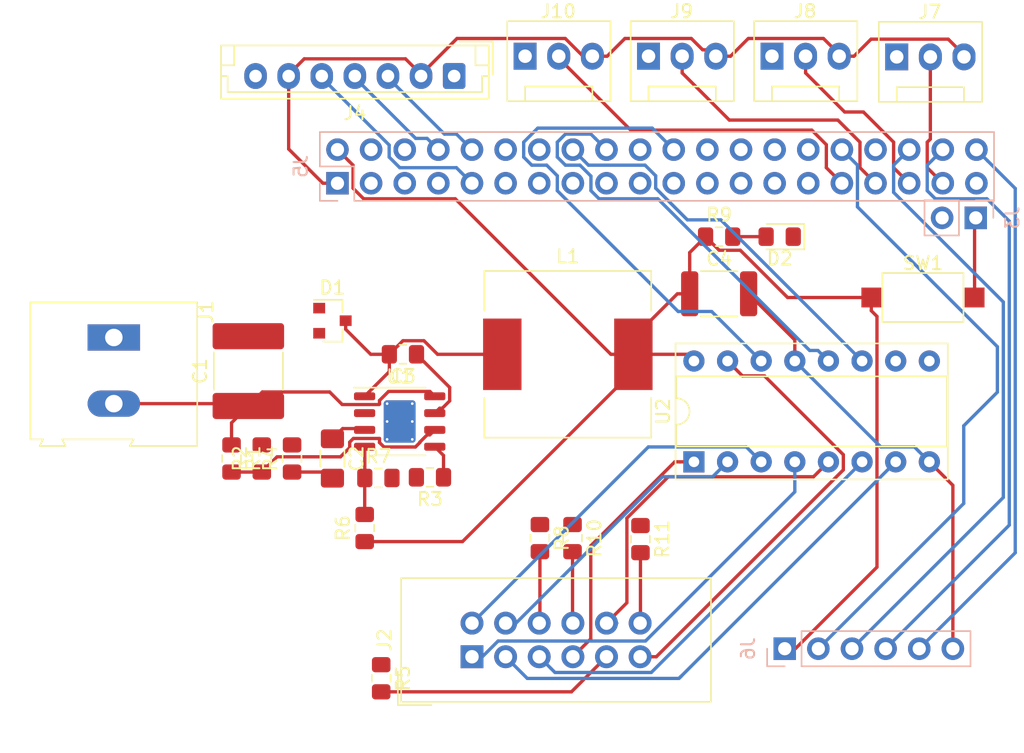
<source format=kicad_pcb>
(kicad_pcb (version 20171130) (host pcbnew "(5.1.2)-2")

  (general
    (thickness 1.6)
    (drawings 0)
    (tracks 278)
    (zones 0)
    (modules 31)
    (nets 67)
  )

  (page A4)
  (title_block
    (title Saufanalge)
    (date 2019-06-13)
    (rev 0.1)
    (company Saufhaengerle)
    (comment 1 bebbo)
  )

  (layers
    (0 F.Cu signal)
    (31 B.Cu signal)
    (32 B.Adhes user)
    (33 F.Adhes user)
    (34 B.Paste user)
    (35 F.Paste user)
    (36 B.SilkS user)
    (37 F.SilkS user)
    (38 B.Mask user)
    (39 F.Mask user)
    (40 Dwgs.User user)
    (41 Cmts.User user)
    (42 Eco1.User user)
    (43 Eco2.User user)
    (44 Edge.Cuts user)
    (45 Margin user)
    (46 B.CrtYd user)
    (47 F.CrtYd user)
    (48 B.Fab user)
    (49 F.Fab user)
  )

  (setup
    (last_trace_width 0.25)
    (trace_clearance 0.2)
    (zone_clearance 0.508)
    (zone_45_only no)
    (trace_min 0.2)
    (via_size 0.8)
    (via_drill 0.4)
    (via_min_size 0.4)
    (via_min_drill 0.3)
    (uvia_size 0.3)
    (uvia_drill 0.1)
    (uvias_allowed no)
    (uvia_min_size 0.2)
    (uvia_min_drill 0.1)
    (edge_width 0.05)
    (segment_width 0.2)
    (pcb_text_width 0.3)
    (pcb_text_size 1.5 1.5)
    (mod_edge_width 0.12)
    (mod_text_size 1 1)
    (mod_text_width 0.15)
    (pad_size 1.524 1.524)
    (pad_drill 0.762)
    (pad_to_mask_clearance 0.051)
    (solder_mask_min_width 0.25)
    (aux_axis_origin 0 0)
    (visible_elements FFFFFF7F)
    (pcbplotparams
      (layerselection 0x010fc_ffffffff)
      (usegerberextensions false)
      (usegerberattributes false)
      (usegerberadvancedattributes false)
      (creategerberjobfile false)
      (excludeedgelayer true)
      (linewidth 0.100000)
      (plotframeref false)
      (viasonmask false)
      (mode 1)
      (useauxorigin false)
      (hpglpennumber 1)
      (hpglpenspeed 20)
      (hpglpendiameter 15.000000)
      (psnegative false)
      (psa4output false)
      (plotreference true)
      (plotvalue true)
      (plotinvisibletext false)
      (padsonsilk false)
      (subtractmaskfromsilk false)
      (outputformat 1)
      (mirror false)
      (drillshape 1)
      (scaleselection 1)
      (outputdirectory ""))
  )

  (net 0 "")
  (net 1 +12V)
  (net 2 GND)
  (net 3 "Net-(C2-Pad1)")
  (net 4 "Net-(C2-Pad2)")
  (net 5 "Net-(C3-Pad1)")
  (net 6 "Net-(C3-Pad2)")
  (net 7 +5V)
  (net 8 "Net-(D2-Pad2)")
  (net 9 "Net-(J2-Pad1)")
  (net 10 "Net-(J2-Pad2)")
  (net 11 "Net-(J2-Pad3)")
  (net 12 "Net-(J2-Pad4)")
  (net 13 "Net-(J2-Pad5)")
  (net 14 "Net-(J2-Pad6)")
  (net 15 "Net-(J2-Pad7)")
  (net 16 "Net-(J2-Pad8)")
  (net 17 "Net-(J2-Pad9)")
  (net 18 "Net-(J2-Pad10)")
  (net 19 "Net-(J2-Pad11)")
  (net 20 "Net-(J2-Pad12)")
  (net 21 "Net-(J3-Pad1)")
  (net 22 "Net-(J4-Pad1)")
  (net 23 +3V3)
  (net 24 "Net-(J4-Pad3)")
  (net 25 "Net-(J4-Pad4)")
  (net 26 "Net-(J4-Pad7)")
  (net 27 "Net-(J5-Pad3)")
  (net 28 "Net-(J5-Pad4)")
  (net 29 "Net-(J5-Pad5)")
  (net 30 "Net-(J5-Pad6)")
  (net 31 "Net-(J5-Pad7)")
  (net 32 "Net-(J5-Pad11)")
  (net 33 "Net-(J5-Pad12)")
  (net 34 "Net-(J5-Pad13)")
  (net 35 "Net-(J5-Pad14)")
  (net 36 "Net-(J5-Pad15)")
  (net 37 "Net-(J5-Pad16)")
  (net 38 "Net-(J5-Pad17)")
  (net 39 "Net-(J5-Pad18)")
  (net 40 "Net-(J5-Pad19)")
  (net 41 "Net-(J5-Pad20)")
  (net 42 "Net-(J5-Pad21)")
  (net 43 "Net-(J5-Pad22)")
  (net 44 "Net-(J5-Pad23)")
  (net 45 "Net-(J5-Pad24)")
  (net 46 "Net-(J5-Pad25)")
  (net 47 "Net-(J5-Pad26)")
  (net 48 "Net-(J5-Pad27)")
  (net 49 "Net-(J5-Pad28)")
  (net 50 "Net-(J5-Pad29)")
  (net 51 "Net-(J5-Pad30)")
  (net 52 "Net-(J10-Pad2)")
  (net 53 "Net-(J5-Pad32)")
  (net 54 "Net-(J5-Pad33)")
  (net 55 "Net-(J5-Pad34)")
  (net 56 "Net-(J5-Pad35)")
  (net 57 "Net-(J5-Pad36)")
  (net 58 "Net-(J5-Pad37)")
  (net 59 "Net-(J5-Pad38)")
  (net 60 "Net-(J5-Pad39)")
  (net 61 "Net-(J5-Pad40)")
  (net 62 "Net-(R1-Pad2)")
  (net 63 "Net-(R3-Pad1)")
  (net 64 "Net-(R6-Pad2)")
  (net 65 "Net-(U2-Pad9)")
  (net 66 "Net-(U2-Pad10)")

  (net_class Default "Dies ist die voreingestellte Netzklasse."
    (clearance 0.2)
    (trace_width 0.25)
    (via_dia 0.8)
    (via_drill 0.4)
    (uvia_dia 0.3)
    (uvia_drill 0.1)
    (add_net +12V)
    (add_net +3V3)
    (add_net +5V)
    (add_net GND)
    (add_net "Net-(C2-Pad1)")
    (add_net "Net-(C2-Pad2)")
    (add_net "Net-(C3-Pad1)")
    (add_net "Net-(C3-Pad2)")
    (add_net "Net-(D2-Pad2)")
    (add_net "Net-(J10-Pad2)")
    (add_net "Net-(J2-Pad1)")
    (add_net "Net-(J2-Pad10)")
    (add_net "Net-(J2-Pad11)")
    (add_net "Net-(J2-Pad12)")
    (add_net "Net-(J2-Pad2)")
    (add_net "Net-(J2-Pad3)")
    (add_net "Net-(J2-Pad4)")
    (add_net "Net-(J2-Pad5)")
    (add_net "Net-(J2-Pad6)")
    (add_net "Net-(J2-Pad7)")
    (add_net "Net-(J2-Pad8)")
    (add_net "Net-(J2-Pad9)")
    (add_net "Net-(J3-Pad1)")
    (add_net "Net-(J4-Pad1)")
    (add_net "Net-(J4-Pad3)")
    (add_net "Net-(J4-Pad4)")
    (add_net "Net-(J4-Pad7)")
    (add_net "Net-(J5-Pad11)")
    (add_net "Net-(J5-Pad12)")
    (add_net "Net-(J5-Pad13)")
    (add_net "Net-(J5-Pad14)")
    (add_net "Net-(J5-Pad15)")
    (add_net "Net-(J5-Pad16)")
    (add_net "Net-(J5-Pad17)")
    (add_net "Net-(J5-Pad18)")
    (add_net "Net-(J5-Pad19)")
    (add_net "Net-(J5-Pad20)")
    (add_net "Net-(J5-Pad21)")
    (add_net "Net-(J5-Pad22)")
    (add_net "Net-(J5-Pad23)")
    (add_net "Net-(J5-Pad24)")
    (add_net "Net-(J5-Pad25)")
    (add_net "Net-(J5-Pad26)")
    (add_net "Net-(J5-Pad27)")
    (add_net "Net-(J5-Pad28)")
    (add_net "Net-(J5-Pad29)")
    (add_net "Net-(J5-Pad3)")
    (add_net "Net-(J5-Pad30)")
    (add_net "Net-(J5-Pad32)")
    (add_net "Net-(J5-Pad33)")
    (add_net "Net-(J5-Pad34)")
    (add_net "Net-(J5-Pad35)")
    (add_net "Net-(J5-Pad36)")
    (add_net "Net-(J5-Pad37)")
    (add_net "Net-(J5-Pad38)")
    (add_net "Net-(J5-Pad39)")
    (add_net "Net-(J5-Pad4)")
    (add_net "Net-(J5-Pad40)")
    (add_net "Net-(J5-Pad5)")
    (add_net "Net-(J5-Pad6)")
    (add_net "Net-(J5-Pad7)")
    (add_net "Net-(R1-Pad2)")
    (add_net "Net-(R3-Pad1)")
    (add_net "Net-(R6-Pad2)")
    (add_net "Net-(U2-Pad10)")
    (add_net "Net-(U2-Pad9)")
  )

  (module Capacitor_SMD:C_2220_5650Metric_Pad1.97x5.40mm_HandSolder (layer F.Cu) (tedit 5B301BBE) (tstamp 5D051B5B)
    (at 68.58 78.74 90)
    (descr "Capacitor SMD 2220 (5650 Metric), square (rectangular) end terminal, IPC_7351 nominal with elongated pad for handsoldering. (Body size from: http://datasheets.avx.com/AVX-HV_MLCC.pdf), generated with kicad-footprint-generator")
    (tags "capacitor handsolder")
    (path /5D01CC24)
    (attr smd)
    (fp_text reference C1 (at 0 -3.65 90) (layer F.SilkS)
      (effects (font (size 1 1) (thickness 0.15)))
    )
    (fp_text value C (at 0 3.65 90) (layer F.Fab)
      (effects (font (size 1 1) (thickness 0.15)))
    )
    (fp_line (start -2.85 2.5) (end -2.85 -2.5) (layer F.Fab) (width 0.1))
    (fp_line (start -2.85 -2.5) (end 2.85 -2.5) (layer F.Fab) (width 0.1))
    (fp_line (start 2.85 -2.5) (end 2.85 2.5) (layer F.Fab) (width 0.1))
    (fp_line (start 2.85 2.5) (end -2.85 2.5) (layer F.Fab) (width 0.1))
    (fp_line (start -1.415748 -2.61) (end 1.415748 -2.61) (layer F.SilkS) (width 0.12))
    (fp_line (start -1.415748 2.61) (end 1.415748 2.61) (layer F.SilkS) (width 0.12))
    (fp_line (start -3.88 2.95) (end -3.88 -2.95) (layer F.CrtYd) (width 0.05))
    (fp_line (start -3.88 -2.95) (end 3.88 -2.95) (layer F.CrtYd) (width 0.05))
    (fp_line (start 3.88 -2.95) (end 3.88 2.95) (layer F.CrtYd) (width 0.05))
    (fp_line (start 3.88 2.95) (end -3.88 2.95) (layer F.CrtYd) (width 0.05))
    (fp_text user %R (at 0 0 90) (layer F.Fab)
      (effects (font (size 1 1) (thickness 0.15)))
    )
    (pad 1 smd roundrect (at -2.6375 0 90) (size 1.975 5.4) (layers F.Cu F.Paste F.Mask) (roundrect_rratio 0.126582)
      (net 1 +12V))
    (pad 2 smd roundrect (at 2.6375 0 90) (size 1.975 5.4) (layers F.Cu F.Paste F.Mask) (roundrect_rratio 0.126582)
      (net 2 GND))
    (model ${KISYS3DMOD}/Capacitor_SMD.3dshapes/C_2220_5650Metric.wrl
      (at (xyz 0 0 0))
      (scale (xyz 1 1 1))
      (rotate (xyz 0 0 0))
    )
  )

  (module Capacitor_SMD:C_1206_3216Metric_Pad1.42x1.75mm_HandSolder (layer F.Cu) (tedit 5B301BBE) (tstamp 5D051B6C)
    (at 74.93 85.344 270)
    (descr "Capacitor SMD 1206 (3216 Metric), square (rectangular) end terminal, IPC_7351 nominal with elongated pad for handsoldering. (Body size source: http://www.tortai-tech.com/upload/download/2011102023233369053.pdf), generated with kicad-footprint-generator")
    (tags "capacitor handsolder")
    (path /5D01FC17)
    (attr smd)
    (fp_text reference C2 (at 0 -1.82 90) (layer F.SilkS)
      (effects (font (size 1 1) (thickness 0.15)))
    )
    (fp_text value C (at 0 1.82 90) (layer F.Fab)
      (effects (font (size 1 1) (thickness 0.15)))
    )
    (fp_line (start -1.6 0.8) (end -1.6 -0.8) (layer F.Fab) (width 0.1))
    (fp_line (start -1.6 -0.8) (end 1.6 -0.8) (layer F.Fab) (width 0.1))
    (fp_line (start 1.6 -0.8) (end 1.6 0.8) (layer F.Fab) (width 0.1))
    (fp_line (start 1.6 0.8) (end -1.6 0.8) (layer F.Fab) (width 0.1))
    (fp_line (start -0.602064 -0.91) (end 0.602064 -0.91) (layer F.SilkS) (width 0.12))
    (fp_line (start -0.602064 0.91) (end 0.602064 0.91) (layer F.SilkS) (width 0.12))
    (fp_line (start -2.45 1.12) (end -2.45 -1.12) (layer F.CrtYd) (width 0.05))
    (fp_line (start -2.45 -1.12) (end 2.45 -1.12) (layer F.CrtYd) (width 0.05))
    (fp_line (start 2.45 -1.12) (end 2.45 1.12) (layer F.CrtYd) (width 0.05))
    (fp_line (start 2.45 1.12) (end -2.45 1.12) (layer F.CrtYd) (width 0.05))
    (fp_text user %R (at 0 0 90) (layer F.Fab)
      (effects (font (size 0.8 0.8) (thickness 0.12)))
    )
    (pad 1 smd roundrect (at -1.4875 0 270) (size 1.425 1.75) (layers F.Cu F.Paste F.Mask) (roundrect_rratio 0.175439)
      (net 3 "Net-(C2-Pad1)"))
    (pad 2 smd roundrect (at 1.4875 0 270) (size 1.425 1.75) (layers F.Cu F.Paste F.Mask) (roundrect_rratio 0.175439)
      (net 4 "Net-(C2-Pad2)"))
    (model ${KISYS3DMOD}/Capacitor_SMD.3dshapes/C_1206_3216Metric.wrl
      (at (xyz 0 0 0))
      (scale (xyz 1 1 1))
      (rotate (xyz 0 0 0))
    )
  )

  (module Capacitor_SMD:C_0805_2012Metric_Pad1.15x1.40mm_HandSolder (layer F.Cu) (tedit 5B36C52B) (tstamp 5D051B7D)
    (at 80.255 77.47 180)
    (descr "Capacitor SMD 0805 (2012 Metric), square (rectangular) end terminal, IPC_7351 nominal with elongated pad for handsoldering. (Body size source: https://docs.google.com/spreadsheets/d/1BsfQQcO9C6DZCsRaXUlFlo91Tg2WpOkGARC1WS5S8t0/edit?usp=sharing), generated with kicad-footprint-generator")
    (tags "capacitor handsolder")
    (path /5D02433D)
    (attr smd)
    (fp_text reference C3 (at 0 -1.65) (layer F.SilkS)
      (effects (font (size 1 1) (thickness 0.15)))
    )
    (fp_text value C (at 0 1.65) (layer F.Fab)
      (effects (font (size 1 1) (thickness 0.15)))
    )
    (fp_line (start -1 0.6) (end -1 -0.6) (layer F.Fab) (width 0.1))
    (fp_line (start -1 -0.6) (end 1 -0.6) (layer F.Fab) (width 0.1))
    (fp_line (start 1 -0.6) (end 1 0.6) (layer F.Fab) (width 0.1))
    (fp_line (start 1 0.6) (end -1 0.6) (layer F.Fab) (width 0.1))
    (fp_line (start -0.261252 -0.71) (end 0.261252 -0.71) (layer F.SilkS) (width 0.12))
    (fp_line (start -0.261252 0.71) (end 0.261252 0.71) (layer F.SilkS) (width 0.12))
    (fp_line (start -1.85 0.95) (end -1.85 -0.95) (layer F.CrtYd) (width 0.05))
    (fp_line (start -1.85 -0.95) (end 1.85 -0.95) (layer F.CrtYd) (width 0.05))
    (fp_line (start 1.85 -0.95) (end 1.85 0.95) (layer F.CrtYd) (width 0.05))
    (fp_line (start 1.85 0.95) (end -1.85 0.95) (layer F.CrtYd) (width 0.05))
    (fp_text user %R (at 0 0) (layer F.Fab)
      (effects (font (size 0.5 0.5) (thickness 0.08)))
    )
    (pad 1 smd roundrect (at -1.025 0 180) (size 1.15 1.4) (layers F.Cu F.Paste F.Mask) (roundrect_rratio 0.217391)
      (net 5 "Net-(C3-Pad1)"))
    (pad 2 smd roundrect (at 1.025 0 180) (size 1.15 1.4) (layers F.Cu F.Paste F.Mask) (roundrect_rratio 0.217391)
      (net 6 "Net-(C3-Pad2)"))
    (model ${KISYS3DMOD}/Capacitor_SMD.3dshapes/C_0805_2012Metric.wrl
      (at (xyz 0 0 0))
      (scale (xyz 1 1 1))
      (rotate (xyz 0 0 0))
    )
  )

  (module Capacitor_SMD:C_1812_4532Metric_Pad1.30x3.40mm_HandSolder (layer F.Cu) (tedit 5B301BBE) (tstamp 5D051B8E)
    (at 104.14 72.898)
    (descr "Capacitor SMD 1812 (4532 Metric), square (rectangular) end terminal, IPC_7351 nominal with elongated pad for handsoldering. (Body size source: https://www.nikhef.nl/pub/departments/mt/projects/detectorR_D/dtddice/ERJ2G.pdf), generated with kicad-footprint-generator")
    (tags "capacitor handsolder")
    (path /5D026E00)
    (attr smd)
    (fp_text reference C4 (at 0 -2.65) (layer F.SilkS)
      (effects (font (size 1 1) (thickness 0.15)))
    )
    (fp_text value C (at 0 2.65) (layer F.Fab)
      (effects (font (size 1 1) (thickness 0.15)))
    )
    (fp_line (start -2.25 1.6) (end -2.25 -1.6) (layer F.Fab) (width 0.1))
    (fp_line (start -2.25 -1.6) (end 2.25 -1.6) (layer F.Fab) (width 0.1))
    (fp_line (start 2.25 -1.6) (end 2.25 1.6) (layer F.Fab) (width 0.1))
    (fp_line (start 2.25 1.6) (end -2.25 1.6) (layer F.Fab) (width 0.1))
    (fp_line (start -1.386252 -1.71) (end 1.386252 -1.71) (layer F.SilkS) (width 0.12))
    (fp_line (start -1.386252 1.71) (end 1.386252 1.71) (layer F.SilkS) (width 0.12))
    (fp_line (start -3.12 1.95) (end -3.12 -1.95) (layer F.CrtYd) (width 0.05))
    (fp_line (start -3.12 -1.95) (end 3.12 -1.95) (layer F.CrtYd) (width 0.05))
    (fp_line (start 3.12 -1.95) (end 3.12 1.95) (layer F.CrtYd) (width 0.05))
    (fp_line (start 3.12 1.95) (end -3.12 1.95) (layer F.CrtYd) (width 0.05))
    (fp_text user %R (at 0 0) (layer F.Fab)
      (effects (font (size 1 1) (thickness 0.15)))
    )
    (pad 1 smd roundrect (at -2.225 0) (size 1.3 3.4) (layers F.Cu F.Paste F.Mask) (roundrect_rratio 0.192308)
      (net 7 +5V))
    (pad 2 smd roundrect (at 2.225 0) (size 1.3 3.4) (layers F.Cu F.Paste F.Mask) (roundrect_rratio 0.192308)
      (net 2 GND))
    (model ${KISYS3DMOD}/Capacitor_SMD.3dshapes/C_1812_4532Metric.wrl
      (at (xyz 0 0 0))
      (scale (xyz 1 1 1))
      (rotate (xyz 0 0 0))
    )
  )

  (module Diode_SMD:D_SOT-23_ANK (layer F.Cu) (tedit 587CCEF9) (tstamp 5D051BA8)
    (at 74.93 74.93)
    (descr "SOT-23, Single Diode")
    (tags SOT-23)
    (path /5D02315A)
    (attr smd)
    (fp_text reference D1 (at 0 -2.5) (layer F.SilkS)
      (effects (font (size 1 1) (thickness 0.15)))
    )
    (fp_text value D_Schottky (at 0 2.5) (layer F.Fab)
      (effects (font (size 1 1) (thickness 0.15)))
    )
    (fp_text user %R (at 0 -2.5) (layer F.Fab)
      (effects (font (size 1 1) (thickness 0.15)))
    )
    (fp_line (start -0.15 -0.45) (end -0.4 -0.45) (layer F.Fab) (width 0.1))
    (fp_line (start -0.15 -0.25) (end 0.15 -0.45) (layer F.Fab) (width 0.1))
    (fp_line (start -0.15 -0.65) (end -0.15 -0.25) (layer F.Fab) (width 0.1))
    (fp_line (start 0.15 -0.45) (end -0.15 -0.65) (layer F.Fab) (width 0.1))
    (fp_line (start 0.15 -0.45) (end 0.4 -0.45) (layer F.Fab) (width 0.1))
    (fp_line (start 0.15 -0.65) (end 0.15 -0.25) (layer F.Fab) (width 0.1))
    (fp_line (start 0.76 1.58) (end 0.76 0.65) (layer F.SilkS) (width 0.12))
    (fp_line (start 0.76 -1.58) (end 0.76 -0.65) (layer F.SilkS) (width 0.12))
    (fp_line (start 0.7 -1.52) (end 0.7 1.52) (layer F.Fab) (width 0.1))
    (fp_line (start -0.7 1.52) (end 0.7 1.52) (layer F.Fab) (width 0.1))
    (fp_line (start -1.7 -1.75) (end 1.7 -1.75) (layer F.CrtYd) (width 0.05))
    (fp_line (start 1.7 -1.75) (end 1.7 1.75) (layer F.CrtYd) (width 0.05))
    (fp_line (start 1.7 1.75) (end -1.7 1.75) (layer F.CrtYd) (width 0.05))
    (fp_line (start -1.7 1.75) (end -1.7 -1.75) (layer F.CrtYd) (width 0.05))
    (fp_line (start 0.76 -1.58) (end -1.4 -1.58) (layer F.SilkS) (width 0.12))
    (fp_line (start -0.7 -1.52) (end 0.7 -1.52) (layer F.Fab) (width 0.1))
    (fp_line (start -0.7 -1.52) (end -0.7 1.52) (layer F.Fab) (width 0.1))
    (fp_line (start 0.76 1.58) (end -0.7 1.58) (layer F.SilkS) (width 0.12))
    (pad 2 smd rect (at -1 -0.95) (size 0.9 0.8) (layers F.Cu F.Paste F.Mask)
      (net 2 GND))
    (pad "" smd rect (at -1 0.95) (size 0.9 0.8) (layers F.Cu F.Paste F.Mask))
    (pad 1 smd rect (at 1 0) (size 0.9 0.8) (layers F.Cu F.Paste F.Mask)
      (net 6 "Net-(C3-Pad2)"))
    (model ${KISYS3DMOD}/Diode_SMD.3dshapes/D_SOT-23.wrl
      (at (xyz 0 0 0))
      (scale (xyz 1 1 1))
      (rotate (xyz 0 0 0))
    )
  )

  (module LED_SMD:LED_0805_2012Metric_Pad1.15x1.40mm_HandSolder (layer F.Cu) (tedit 5B4B45C9) (tstamp 5D051BBB)
    (at 108.712 68.58 180)
    (descr "LED SMD 0805 (2012 Metric), square (rectangular) end terminal, IPC_7351 nominal, (Body size source: https://docs.google.com/spreadsheets/d/1BsfQQcO9C6DZCsRaXUlFlo91Tg2WpOkGARC1WS5S8t0/edit?usp=sharing), generated with kicad-footprint-generator")
    (tags "LED handsolder")
    (path /5D033BDC)
    (attr smd)
    (fp_text reference D2 (at 0 -1.65) (layer F.SilkS)
      (effects (font (size 1 1) (thickness 0.15)))
    )
    (fp_text value LED (at 0 1.65) (layer F.Fab)
      (effects (font (size 1 1) (thickness 0.15)))
    )
    (fp_line (start 1 -0.6) (end -0.7 -0.6) (layer F.Fab) (width 0.1))
    (fp_line (start -0.7 -0.6) (end -1 -0.3) (layer F.Fab) (width 0.1))
    (fp_line (start -1 -0.3) (end -1 0.6) (layer F.Fab) (width 0.1))
    (fp_line (start -1 0.6) (end 1 0.6) (layer F.Fab) (width 0.1))
    (fp_line (start 1 0.6) (end 1 -0.6) (layer F.Fab) (width 0.1))
    (fp_line (start 1 -0.96) (end -1.86 -0.96) (layer F.SilkS) (width 0.12))
    (fp_line (start -1.86 -0.96) (end -1.86 0.96) (layer F.SilkS) (width 0.12))
    (fp_line (start -1.86 0.96) (end 1 0.96) (layer F.SilkS) (width 0.12))
    (fp_line (start -1.85 0.95) (end -1.85 -0.95) (layer F.CrtYd) (width 0.05))
    (fp_line (start -1.85 -0.95) (end 1.85 -0.95) (layer F.CrtYd) (width 0.05))
    (fp_line (start 1.85 -0.95) (end 1.85 0.95) (layer F.CrtYd) (width 0.05))
    (fp_line (start 1.85 0.95) (end -1.85 0.95) (layer F.CrtYd) (width 0.05))
    (fp_text user %R (at 0 0) (layer F.Fab)
      (effects (font (size 0.5 0.5) (thickness 0.08)))
    )
    (pad 1 smd roundrect (at -1.025 0 180) (size 1.15 1.4) (layers F.Cu F.Paste F.Mask) (roundrect_rratio 0.217391)
      (net 2 GND))
    (pad 2 smd roundrect (at 1.025 0 180) (size 1.15 1.4) (layers F.Cu F.Paste F.Mask) (roundrect_rratio 0.217391)
      (net 8 "Net-(D2-Pad2)"))
    (model ${KISYS3DMOD}/LED_SMD.3dshapes/LED_0805_2012Metric.wrl
      (at (xyz 0 0 0))
      (scale (xyz 1 1 1))
      (rotate (xyz 0 0 0))
    )
  )

  (module TerminalBlock:TerminalBlock_Altech_AK300-2_P5.00mm (layer F.Cu) (tedit 59FF0306) (tstamp 5D051C22)
    (at 58.42 76.2 270)
    (descr "Altech AK300 terminal block, pitch 5.0mm, 45 degree angled, see http://www.mouser.com/ds/2/16/PCBMETRC-24178.pdf")
    (tags "Altech AK300 terminal block pitch 5.0mm")
    (path /5D059559)
    (fp_text reference J1 (at -1.92 -6.99 90) (layer F.SilkS)
      (effects (font (size 1 1) (thickness 0.15)))
    )
    (fp_text value Screw_Terminal_01x02 (at 2.78 7.75 90) (layer F.Fab)
      (effects (font (size 1 1) (thickness 0.15)))
    )
    (fp_text user %R (at 2.5 -2 90) (layer F.Fab)
      (effects (font (size 1 1) (thickness 0.15)))
    )
    (fp_line (start -2.65 -6.3) (end -2.65 6.3) (layer F.SilkS) (width 0.12))
    (fp_line (start -2.65 6.3) (end 7.7 6.3) (layer F.SilkS) (width 0.12))
    (fp_line (start 7.7 6.3) (end 7.7 5.35) (layer F.SilkS) (width 0.12))
    (fp_line (start 7.7 5.35) (end 8.2 5.6) (layer F.SilkS) (width 0.12))
    (fp_line (start 8.2 5.6) (end 8.2 3.7) (layer F.SilkS) (width 0.12))
    (fp_line (start 8.2 3.7) (end 8.2 3.65) (layer F.SilkS) (width 0.12))
    (fp_line (start 8.2 3.65) (end 7.7 3.9) (layer F.SilkS) (width 0.12))
    (fp_line (start 7.7 3.9) (end 7.7 -1.5) (layer F.SilkS) (width 0.12))
    (fp_line (start 7.7 -1.5) (end 8.2 -1.2) (layer F.SilkS) (width 0.12))
    (fp_line (start 8.2 -1.2) (end 8.2 -6.3) (layer F.SilkS) (width 0.12))
    (fp_line (start 8.2 -6.3) (end -2.65 -6.3) (layer F.SilkS) (width 0.12))
    (fp_line (start -1.26 2.54) (end 1.28 2.54) (layer F.Fab) (width 0.1))
    (fp_line (start 1.28 2.54) (end 1.28 -0.25) (layer F.Fab) (width 0.1))
    (fp_line (start -1.26 -0.25) (end 1.28 -0.25) (layer F.Fab) (width 0.1))
    (fp_line (start -1.26 2.54) (end -1.26 -0.25) (layer F.Fab) (width 0.1))
    (fp_line (start 3.74 2.54) (end 6.28 2.54) (layer F.Fab) (width 0.1))
    (fp_line (start 6.28 2.54) (end 6.28 -0.25) (layer F.Fab) (width 0.1))
    (fp_line (start 3.74 -0.25) (end 6.28 -0.25) (layer F.Fab) (width 0.1))
    (fp_line (start 3.74 2.54) (end 3.74 -0.25) (layer F.Fab) (width 0.1))
    (fp_line (start 7.61 -6.22) (end 7.61 -3.17) (layer F.Fab) (width 0.1))
    (fp_line (start 7.61 -6.22) (end -2.58 -6.22) (layer F.Fab) (width 0.1))
    (fp_line (start 7.61 -6.22) (end 8.11 -6.22) (layer F.Fab) (width 0.1))
    (fp_line (start 8.11 -6.22) (end 8.11 -1.4) (layer F.Fab) (width 0.1))
    (fp_line (start 8.11 -1.4) (end 7.61 -1.65) (layer F.Fab) (width 0.1))
    (fp_line (start 8.11 5.46) (end 7.61 5.21) (layer F.Fab) (width 0.1))
    (fp_line (start 7.61 5.21) (end 7.61 6.22) (layer F.Fab) (width 0.1))
    (fp_line (start 8.11 3.81) (end 7.61 4.06) (layer F.Fab) (width 0.1))
    (fp_line (start 7.61 4.06) (end 7.61 5.21) (layer F.Fab) (width 0.1))
    (fp_line (start 8.11 3.81) (end 8.11 5.46) (layer F.Fab) (width 0.1))
    (fp_line (start 2.98 6.22) (end 2.98 4.32) (layer F.Fab) (width 0.1))
    (fp_line (start 7.05 -0.25) (end 7.05 4.32) (layer F.Fab) (width 0.1))
    (fp_line (start 2.98 6.22) (end 7.05 6.22) (layer F.Fab) (width 0.1))
    (fp_line (start 7.05 6.22) (end 7.61 6.22) (layer F.Fab) (width 0.1))
    (fp_line (start 2.04 6.22) (end 2.04 4.32) (layer F.Fab) (width 0.1))
    (fp_line (start 2.04 6.22) (end 2.98 6.22) (layer F.Fab) (width 0.1))
    (fp_line (start -2.02 -0.25) (end -2.02 4.32) (layer F.Fab) (width 0.1))
    (fp_line (start -2.58 6.22) (end -2.02 6.22) (layer F.Fab) (width 0.1))
    (fp_line (start -2.02 6.22) (end 2.04 6.22) (layer F.Fab) (width 0.1))
    (fp_line (start 2.98 4.32) (end 7.05 4.32) (layer F.Fab) (width 0.1))
    (fp_line (start 2.98 4.32) (end 2.98 -0.25) (layer F.Fab) (width 0.1))
    (fp_line (start 7.05 4.32) (end 7.05 6.22) (layer F.Fab) (width 0.1))
    (fp_line (start 2.04 4.32) (end -2.02 4.32) (layer F.Fab) (width 0.1))
    (fp_line (start 2.04 4.32) (end 2.04 -0.25) (layer F.Fab) (width 0.1))
    (fp_line (start -2.02 4.32) (end -2.02 6.22) (layer F.Fab) (width 0.1))
    (fp_line (start 6.67 3.68) (end 6.67 0.51) (layer F.Fab) (width 0.1))
    (fp_line (start 6.67 3.68) (end 3.36 3.68) (layer F.Fab) (width 0.1))
    (fp_line (start 3.36 3.68) (end 3.36 0.51) (layer F.Fab) (width 0.1))
    (fp_line (start 1.66 3.68) (end 1.66 0.51) (layer F.Fab) (width 0.1))
    (fp_line (start 1.66 3.68) (end -1.64 3.68) (layer F.Fab) (width 0.1))
    (fp_line (start -1.64 3.68) (end -1.64 0.51) (layer F.Fab) (width 0.1))
    (fp_line (start -1.64 0.51) (end -1.26 0.51) (layer F.Fab) (width 0.1))
    (fp_line (start 1.66 0.51) (end 1.28 0.51) (layer F.Fab) (width 0.1))
    (fp_line (start 3.36 0.51) (end 3.74 0.51) (layer F.Fab) (width 0.1))
    (fp_line (start 6.67 0.51) (end 6.28 0.51) (layer F.Fab) (width 0.1))
    (fp_line (start -2.58 6.22) (end -2.58 -0.64) (layer F.Fab) (width 0.1))
    (fp_line (start -2.58 -0.64) (end -2.58 -3.17) (layer F.Fab) (width 0.1))
    (fp_line (start 7.61 -1.65) (end 7.61 -0.64) (layer F.Fab) (width 0.1))
    (fp_line (start 7.61 -0.64) (end 7.61 4.06) (layer F.Fab) (width 0.1))
    (fp_line (start -2.58 -3.17) (end 7.61 -3.17) (layer F.Fab) (width 0.1))
    (fp_line (start -2.58 -3.17) (end -2.58 -6.22) (layer F.Fab) (width 0.1))
    (fp_line (start 7.61 -3.17) (end 7.61 -1.65) (layer F.Fab) (width 0.1))
    (fp_line (start 2.98 -3.43) (end 2.98 -5.97) (layer F.Fab) (width 0.1))
    (fp_line (start 2.98 -5.97) (end 7.05 -5.97) (layer F.Fab) (width 0.1))
    (fp_line (start 7.05 -5.97) (end 7.05 -3.43) (layer F.Fab) (width 0.1))
    (fp_line (start 7.05 -3.43) (end 2.98 -3.43) (layer F.Fab) (width 0.1))
    (fp_line (start 2.04 -3.43) (end 2.04 -5.97) (layer F.Fab) (width 0.1))
    (fp_line (start 2.04 -3.43) (end -2.02 -3.43) (layer F.Fab) (width 0.1))
    (fp_line (start -2.02 -3.43) (end -2.02 -5.97) (layer F.Fab) (width 0.1))
    (fp_line (start 2.04 -5.97) (end -2.02 -5.97) (layer F.Fab) (width 0.1))
    (fp_line (start 3.39 -4.45) (end 6.44 -5.08) (layer F.Fab) (width 0.1))
    (fp_line (start 3.52 -4.32) (end 6.56 -4.95) (layer F.Fab) (width 0.1))
    (fp_line (start -1.62 -4.45) (end 1.44 -5.08) (layer F.Fab) (width 0.1))
    (fp_line (start -1.49 -4.32) (end 1.56 -4.95) (layer F.Fab) (width 0.1))
    (fp_line (start -2.02 -0.25) (end -1.64 -0.25) (layer F.Fab) (width 0.1))
    (fp_line (start 2.04 -0.25) (end 1.66 -0.25) (layer F.Fab) (width 0.1))
    (fp_line (start 1.66 -0.25) (end -1.64 -0.25) (layer F.Fab) (width 0.1))
    (fp_line (start -2.58 -0.64) (end -1.64 -0.64) (layer F.Fab) (width 0.1))
    (fp_line (start -1.64 -0.64) (end 1.66 -0.64) (layer F.Fab) (width 0.1))
    (fp_line (start 1.66 -0.64) (end 3.36 -0.64) (layer F.Fab) (width 0.1))
    (fp_line (start 7.61 -0.64) (end 6.67 -0.64) (layer F.Fab) (width 0.1))
    (fp_line (start 6.67 -0.64) (end 3.36 -0.64) (layer F.Fab) (width 0.1))
    (fp_line (start 7.05 -0.25) (end 6.67 -0.25) (layer F.Fab) (width 0.1))
    (fp_line (start 2.98 -0.25) (end 3.36 -0.25) (layer F.Fab) (width 0.1))
    (fp_line (start 3.36 -0.25) (end 6.67 -0.25) (layer F.Fab) (width 0.1))
    (fp_line (start -2.83 -6.47) (end 8.36 -6.47) (layer F.CrtYd) (width 0.05))
    (fp_line (start -2.83 -6.47) (end -2.83 6.47) (layer F.CrtYd) (width 0.05))
    (fp_line (start 8.36 6.47) (end 8.36 -6.47) (layer F.CrtYd) (width 0.05))
    (fp_line (start 8.36 6.47) (end -2.83 6.47) (layer F.CrtYd) (width 0.05))
    (fp_arc (start 6.03 -4.59) (end 6.54 -5.05) (angle 90.5) (layer F.Fab) (width 0.1))
    (fp_arc (start 5.07 -6.07) (end 6.53 -4.12) (angle 75.5) (layer F.Fab) (width 0.1))
    (fp_arc (start 4.99 -3.71) (end 3.39 -5) (angle 100) (layer F.Fab) (width 0.1))
    (fp_arc (start 3.87 -4.65) (end 3.58 -4.13) (angle 104.2) (layer F.Fab) (width 0.1))
    (fp_arc (start 1.03 -4.59) (end 1.53 -5.05) (angle 90.5) (layer F.Fab) (width 0.1))
    (fp_arc (start 0.06 -6.07) (end 1.53 -4.12) (angle 75.5) (layer F.Fab) (width 0.1))
    (fp_arc (start -0.01 -3.71) (end -1.62 -5) (angle 100) (layer F.Fab) (width 0.1))
    (fp_arc (start -1.13 -4.65) (end -1.42 -4.13) (angle 104.2) (layer F.Fab) (width 0.1))
    (pad 1 thru_hole rect (at 0 0 270) (size 1.98 3.96) (drill 1.32) (layers *.Cu *.Mask)
      (net 2 GND))
    (pad 2 thru_hole oval (at 5 0 270) (size 1.98 3.96) (drill 1.32) (layers *.Cu *.Mask)
      (net 1 +12V))
    (model ${KISYS3DMOD}/TerminalBlock.3dshapes/TerminalBlock_Altech_AK300-2_P5.00mm.wrl
      (at (xyz 0 0 0))
      (scale (xyz 1 1 1))
      (rotate (xyz 0 0 0))
    )
  )

  (module Connector_IDC:IDC-Header_2x06_P2.54mm_Vertical (layer F.Cu) (tedit 59DE051E) (tstamp 5D051C4C)
    (at 85.471 100.33 90)
    (descr "Through hole straight IDC box header, 2x06, 2.54mm pitch, double rows")
    (tags "Through hole IDC box header THT 2x06 2.54mm double row")
    (path /5D10A3B7)
    (fp_text reference J2 (at 1.27 -6.604 90) (layer F.SilkS)
      (effects (font (size 1 1) (thickness 0.15)))
    )
    (fp_text value Conn_02x06_Odd_Even (at 1.27 19.304 90) (layer F.Fab)
      (effects (font (size 1 1) (thickness 0.15)))
    )
    (fp_text user %R (at 1.27 6.35 90) (layer F.Fab)
      (effects (font (size 1 1) (thickness 0.15)))
    )
    (fp_line (start 5.695 -5.1) (end 5.695 17.8) (layer F.Fab) (width 0.1))
    (fp_line (start 5.145 -4.56) (end 5.145 17.24) (layer F.Fab) (width 0.1))
    (fp_line (start -3.155 -5.1) (end -3.155 17.8) (layer F.Fab) (width 0.1))
    (fp_line (start -2.605 -4.56) (end -2.605 4.1) (layer F.Fab) (width 0.1))
    (fp_line (start -2.605 8.6) (end -2.605 17.24) (layer F.Fab) (width 0.1))
    (fp_line (start -2.605 4.1) (end -3.155 4.1) (layer F.Fab) (width 0.1))
    (fp_line (start -2.605 8.6) (end -3.155 8.6) (layer F.Fab) (width 0.1))
    (fp_line (start 5.695 -5.1) (end -3.155 -5.1) (layer F.Fab) (width 0.1))
    (fp_line (start 5.145 -4.56) (end -2.605 -4.56) (layer F.Fab) (width 0.1))
    (fp_line (start 5.695 17.8) (end -3.155 17.8) (layer F.Fab) (width 0.1))
    (fp_line (start 5.145 17.24) (end -2.605 17.24) (layer F.Fab) (width 0.1))
    (fp_line (start 5.695 -5.1) (end 5.145 -4.56) (layer F.Fab) (width 0.1))
    (fp_line (start 5.695 17.8) (end 5.145 17.24) (layer F.Fab) (width 0.1))
    (fp_line (start -3.155 -5.1) (end -2.605 -4.56) (layer F.Fab) (width 0.1))
    (fp_line (start -3.155 17.8) (end -2.605 17.24) (layer F.Fab) (width 0.1))
    (fp_line (start 5.95 -5.35) (end 5.95 18.05) (layer F.CrtYd) (width 0.05))
    (fp_line (start 5.95 18.05) (end -3.41 18.05) (layer F.CrtYd) (width 0.05))
    (fp_line (start -3.41 18.05) (end -3.41 -5.35) (layer F.CrtYd) (width 0.05))
    (fp_line (start -3.41 -5.35) (end 5.95 -5.35) (layer F.CrtYd) (width 0.05))
    (fp_line (start 5.945 -5.35) (end 5.945 18.05) (layer F.SilkS) (width 0.12))
    (fp_line (start 5.945 18.05) (end -3.405 18.05) (layer F.SilkS) (width 0.12))
    (fp_line (start -3.405 18.05) (end -3.405 -5.35) (layer F.SilkS) (width 0.12))
    (fp_line (start -3.405 -5.35) (end 5.945 -5.35) (layer F.SilkS) (width 0.12))
    (fp_line (start -3.655 -5.6) (end -3.655 -3.06) (layer F.SilkS) (width 0.12))
    (fp_line (start -3.655 -5.6) (end -1.115 -5.6) (layer F.SilkS) (width 0.12))
    (pad 1 thru_hole rect (at 0 0 90) (size 1.7272 1.7272) (drill 1.016) (layers *.Cu *.Mask)
      (net 9 "Net-(J2-Pad1)"))
    (pad 2 thru_hole oval (at 2.54 0 90) (size 1.7272 1.7272) (drill 1.016) (layers *.Cu *.Mask)
      (net 10 "Net-(J2-Pad2)"))
    (pad 3 thru_hole oval (at 0 2.54 90) (size 1.7272 1.7272) (drill 1.016) (layers *.Cu *.Mask)
      (net 11 "Net-(J2-Pad3)"))
    (pad 4 thru_hole oval (at 2.54 2.54 90) (size 1.7272 1.7272) (drill 1.016) (layers *.Cu *.Mask)
      (net 12 "Net-(J2-Pad4)"))
    (pad 5 thru_hole oval (at 0 5.08 90) (size 1.7272 1.7272) (drill 1.016) (layers *.Cu *.Mask)
      (net 13 "Net-(J2-Pad5)"))
    (pad 6 thru_hole oval (at 2.54 5.08 90) (size 1.7272 1.7272) (drill 1.016) (layers *.Cu *.Mask)
      (net 14 "Net-(J2-Pad6)"))
    (pad 7 thru_hole oval (at 0 7.62 90) (size 1.7272 1.7272) (drill 1.016) (layers *.Cu *.Mask)
      (net 15 "Net-(J2-Pad7)"))
    (pad 8 thru_hole oval (at 2.54 7.62 90) (size 1.7272 1.7272) (drill 1.016) (layers *.Cu *.Mask)
      (net 16 "Net-(J2-Pad8)"))
    (pad 9 thru_hole oval (at 0 10.16 90) (size 1.7272 1.7272) (drill 1.016) (layers *.Cu *.Mask)
      (net 17 "Net-(J2-Pad9)"))
    (pad 10 thru_hole oval (at 2.54 10.16 90) (size 1.7272 1.7272) (drill 1.016) (layers *.Cu *.Mask)
      (net 18 "Net-(J2-Pad10)"))
    (pad 11 thru_hole oval (at 0 12.7 90) (size 1.7272 1.7272) (drill 1.016) (layers *.Cu *.Mask)
      (net 19 "Net-(J2-Pad11)"))
    (pad 12 thru_hole oval (at 2.54 12.7 90) (size 1.7272 1.7272) (drill 1.016) (layers *.Cu *.Mask)
      (net 20 "Net-(J2-Pad12)"))
    (model ${KISYS3DMOD}/Connector_IDC.3dshapes/IDC-Header_2x06_P2.54mm_Vertical.wrl
      (at (xyz 0 0 0))
      (scale (xyz 1 1 1))
      (rotate (xyz 0 0 0))
    )
  )

  (module Connector_PinSocket_2.54mm:PinSocket_1x02_P2.54mm_Vertical (layer B.Cu) (tedit 5A19A420) (tstamp 5D051C62)
    (at 123.5202 67.1576 90)
    (descr "Through hole straight socket strip, 1x02, 2.54mm pitch, single row (from Kicad 4.0.7), script generated")
    (tags "Through hole socket strip THT 1x02 2.54mm single row")
    (path /5D0BFEAB)
    (fp_text reference J3 (at 0 2.77 90) (layer B.SilkS)
      (effects (font (size 1 1) (thickness 0.15)) (justify mirror))
    )
    (fp_text value Conn_01x02_Female (at 0 -5.31 90) (layer B.Fab)
      (effects (font (size 1 1) (thickness 0.15)) (justify mirror))
    )
    (fp_line (start -1.27 1.27) (end 0.635 1.27) (layer B.Fab) (width 0.1))
    (fp_line (start 0.635 1.27) (end 1.27 0.635) (layer B.Fab) (width 0.1))
    (fp_line (start 1.27 0.635) (end 1.27 -3.81) (layer B.Fab) (width 0.1))
    (fp_line (start 1.27 -3.81) (end -1.27 -3.81) (layer B.Fab) (width 0.1))
    (fp_line (start -1.27 -3.81) (end -1.27 1.27) (layer B.Fab) (width 0.1))
    (fp_line (start -1.33 -1.27) (end 1.33 -1.27) (layer B.SilkS) (width 0.12))
    (fp_line (start -1.33 -1.27) (end -1.33 -3.87) (layer B.SilkS) (width 0.12))
    (fp_line (start -1.33 -3.87) (end 1.33 -3.87) (layer B.SilkS) (width 0.12))
    (fp_line (start 1.33 -1.27) (end 1.33 -3.87) (layer B.SilkS) (width 0.12))
    (fp_line (start 1.33 1.33) (end 1.33 0) (layer B.SilkS) (width 0.12))
    (fp_line (start 0 1.33) (end 1.33 1.33) (layer B.SilkS) (width 0.12))
    (fp_line (start -1.8 1.8) (end 1.75 1.8) (layer B.CrtYd) (width 0.05))
    (fp_line (start 1.75 1.8) (end 1.75 -4.3) (layer B.CrtYd) (width 0.05))
    (fp_line (start 1.75 -4.3) (end -1.8 -4.3) (layer B.CrtYd) (width 0.05))
    (fp_line (start -1.8 -4.3) (end -1.8 1.8) (layer B.CrtYd) (width 0.05))
    (fp_text user %R (at 0 -1.27 180) (layer B.Fab)
      (effects (font (size 1 1) (thickness 0.15)) (justify mirror))
    )
    (pad 1 thru_hole rect (at 0 0 90) (size 1.7 1.7) (drill 1) (layers *.Cu *.Mask)
      (net 21 "Net-(J3-Pad1)"))
    (pad 2 thru_hole oval (at 0 -2.54 90) (size 1.7 1.7) (drill 1) (layers *.Cu *.Mask)
      (net 2 GND))
    (model ${KISYS3DMOD}/Connector_PinSocket_2.54mm.3dshapes/PinSocket_1x02_P2.54mm_Vertical.wrl
      (at (xyz 0 0 0))
      (scale (xyz 1 1 1))
      (rotate (xyz 0 0 0))
    )
  )

  (module Connector_JST:JST_EH_B7B-EH-A_1x07_P2.50mm_Vertical (layer F.Cu) (tedit 5C28142D) (tstamp 5D051C87)
    (at 84.1248 56.4388 180)
    (descr "JST EH series connector, B7B-EH-A (http://www.jst-mfg.com/product/pdf/eng/eEH.pdf), generated with kicad-footprint-generator")
    (tags "connector JST EH vertical")
    (path /5D0676CA)
    (fp_text reference J4 (at 7.5 -2.8) (layer F.SilkS)
      (effects (font (size 1 1) (thickness 0.15)))
    )
    (fp_text value Conn_01x07_Male (at 7.5 3.4) (layer F.Fab)
      (effects (font (size 1 1) (thickness 0.15)))
    )
    (fp_line (start -2.5 -1.6) (end -2.5 2.2) (layer F.Fab) (width 0.1))
    (fp_line (start -2.5 2.2) (end 17.5 2.2) (layer F.Fab) (width 0.1))
    (fp_line (start 17.5 2.2) (end 17.5 -1.6) (layer F.Fab) (width 0.1))
    (fp_line (start 17.5 -1.6) (end -2.5 -1.6) (layer F.Fab) (width 0.1))
    (fp_line (start -3 -2.1) (end -3 2.7) (layer F.CrtYd) (width 0.05))
    (fp_line (start -3 2.7) (end 18 2.7) (layer F.CrtYd) (width 0.05))
    (fp_line (start 18 2.7) (end 18 -2.1) (layer F.CrtYd) (width 0.05))
    (fp_line (start 18 -2.1) (end -3 -2.1) (layer F.CrtYd) (width 0.05))
    (fp_line (start -2.61 -1.71) (end -2.61 2.31) (layer F.SilkS) (width 0.12))
    (fp_line (start -2.61 2.31) (end 17.61 2.31) (layer F.SilkS) (width 0.12))
    (fp_line (start 17.61 2.31) (end 17.61 -1.71) (layer F.SilkS) (width 0.12))
    (fp_line (start 17.61 -1.71) (end -2.61 -1.71) (layer F.SilkS) (width 0.12))
    (fp_line (start -2.61 0) (end -2.11 0) (layer F.SilkS) (width 0.12))
    (fp_line (start -2.11 0) (end -2.11 -1.21) (layer F.SilkS) (width 0.12))
    (fp_line (start -2.11 -1.21) (end 17.11 -1.21) (layer F.SilkS) (width 0.12))
    (fp_line (start 17.11 -1.21) (end 17.11 0) (layer F.SilkS) (width 0.12))
    (fp_line (start 17.11 0) (end 17.61 0) (layer F.SilkS) (width 0.12))
    (fp_line (start -2.61 0.81) (end -1.61 0.81) (layer F.SilkS) (width 0.12))
    (fp_line (start -1.61 0.81) (end -1.61 2.31) (layer F.SilkS) (width 0.12))
    (fp_line (start 17.61 0.81) (end 16.61 0.81) (layer F.SilkS) (width 0.12))
    (fp_line (start 16.61 0.81) (end 16.61 2.31) (layer F.SilkS) (width 0.12))
    (fp_line (start -2.91 0.11) (end -2.91 2.61) (layer F.SilkS) (width 0.12))
    (fp_line (start -2.91 2.61) (end -0.41 2.61) (layer F.SilkS) (width 0.12))
    (fp_line (start -2.91 0.11) (end -2.91 2.61) (layer F.Fab) (width 0.1))
    (fp_line (start -2.91 2.61) (end -0.41 2.61) (layer F.Fab) (width 0.1))
    (fp_text user %R (at 7.5 1.5) (layer F.Fab)
      (effects (font (size 1 1) (thickness 0.15)))
    )
    (pad 1 thru_hole roundrect (at 0 0 180) (size 1.7 1.95) (drill 0.95) (layers *.Cu *.Mask) (roundrect_rratio 0.147059)
      (net 22 "Net-(J4-Pad1)"))
    (pad 2 thru_hole oval (at 2.5 0 180) (size 1.7 1.95) (drill 0.95) (layers *.Cu *.Mask)
      (net 23 +3V3))
    (pad 3 thru_hole oval (at 5 0 180) (size 1.7 1.95) (drill 0.95) (layers *.Cu *.Mask)
      (net 24 "Net-(J4-Pad3)"))
    (pad 4 thru_hole oval (at 7.5 0 180) (size 1.7 1.95) (drill 0.95) (layers *.Cu *.Mask)
      (net 25 "Net-(J4-Pad4)"))
    (pad 5 thru_hole oval (at 10 0 180) (size 1.7 1.95) (drill 0.95) (layers *.Cu *.Mask)
      (net 2 GND))
    (pad 6 thru_hole oval (at 12.5 0 180) (size 1.7 1.95) (drill 0.95) (layers *.Cu *.Mask)
      (net 23 +3V3))
    (pad 7 thru_hole oval (at 15 0 180) (size 1.7 1.95) (drill 0.95) (layers *.Cu *.Mask)
      (net 26 "Net-(J4-Pad7)"))
    (model ${KISYS3DMOD}/Connector_JST.3dshapes/JST_EH_B7B-EH-A_1x07_P2.50mm_Vertical.wrl
      (at (xyz 0 0 0))
      (scale (xyz 1 1 1))
      (rotate (xyz 0 0 0))
    )
  )

  (module Connector_PinSocket_2.54mm:PinSocket_2x20_P2.54mm_Vertical (layer B.Cu) (tedit 5A19A433) (tstamp 5D051CC5)
    (at 75.311 64.5414 270)
    (descr "Through hole straight socket strip, 2x20, 2.54mm pitch, double cols (from Kicad 4.0.7), script generated")
    (tags "Through hole socket strip THT 2x20 2.54mm double row")
    (path /5D053E27)
    (fp_text reference J5 (at -1.27 2.77 270) (layer B.SilkS)
      (effects (font (size 1 1) (thickness 0.15)) (justify mirror))
    )
    (fp_text value Conn_02x20_Odd_Even (at -1.27 -51.03 270) (layer B.Fab)
      (effects (font (size 1 1) (thickness 0.15)) (justify mirror))
    )
    (fp_line (start -3.81 1.27) (end 0.27 1.27) (layer B.Fab) (width 0.1))
    (fp_line (start 0.27 1.27) (end 1.27 0.27) (layer B.Fab) (width 0.1))
    (fp_line (start 1.27 0.27) (end 1.27 -49.53) (layer B.Fab) (width 0.1))
    (fp_line (start 1.27 -49.53) (end -3.81 -49.53) (layer B.Fab) (width 0.1))
    (fp_line (start -3.81 -49.53) (end -3.81 1.27) (layer B.Fab) (width 0.1))
    (fp_line (start -3.87 1.33) (end -1.27 1.33) (layer B.SilkS) (width 0.12))
    (fp_line (start -3.87 1.33) (end -3.87 -49.59) (layer B.SilkS) (width 0.12))
    (fp_line (start -3.87 -49.59) (end 1.33 -49.59) (layer B.SilkS) (width 0.12))
    (fp_line (start 1.33 -1.27) (end 1.33 -49.59) (layer B.SilkS) (width 0.12))
    (fp_line (start -1.27 -1.27) (end 1.33 -1.27) (layer B.SilkS) (width 0.12))
    (fp_line (start -1.27 1.33) (end -1.27 -1.27) (layer B.SilkS) (width 0.12))
    (fp_line (start 1.33 1.33) (end 1.33 0) (layer B.SilkS) (width 0.12))
    (fp_line (start 0 1.33) (end 1.33 1.33) (layer B.SilkS) (width 0.12))
    (fp_line (start -4.34 1.8) (end 1.76 1.8) (layer B.CrtYd) (width 0.05))
    (fp_line (start 1.76 1.8) (end 1.76 -50) (layer B.CrtYd) (width 0.05))
    (fp_line (start 1.76 -50) (end -4.34 -50) (layer B.CrtYd) (width 0.05))
    (fp_line (start -4.34 -50) (end -4.34 1.8) (layer B.CrtYd) (width 0.05))
    (fp_text user %R (at -1.27 -24.13) (layer B.Fab)
      (effects (font (size 1 1) (thickness 0.15)) (justify mirror))
    )
    (pad 1 thru_hole rect (at 0 0 270) (size 1.7 1.7) (drill 1) (layers *.Cu *.Mask)
      (net 23 +3V3))
    (pad 2 thru_hole oval (at -2.54 0 270) (size 1.7 1.7) (drill 1) (layers *.Cu *.Mask)
      (net 7 +5V))
    (pad 3 thru_hole oval (at 0 -2.54 270) (size 1.7 1.7) (drill 1) (layers *.Cu *.Mask)
      (net 27 "Net-(J5-Pad3)"))
    (pad 4 thru_hole oval (at -2.54 -2.54 270) (size 1.7 1.7) (drill 1) (layers *.Cu *.Mask)
      (net 28 "Net-(J5-Pad4)"))
    (pad 5 thru_hole oval (at 0 -5.08 270) (size 1.7 1.7) (drill 1) (layers *.Cu *.Mask)
      (net 29 "Net-(J5-Pad5)"))
    (pad 6 thru_hole oval (at -2.54 -5.08 270) (size 1.7 1.7) (drill 1) (layers *.Cu *.Mask)
      (net 30 "Net-(J5-Pad6)"))
    (pad 7 thru_hole oval (at 0 -7.62 270) (size 1.7 1.7) (drill 1) (layers *.Cu *.Mask)
      (net 31 "Net-(J5-Pad7)"))
    (pad 8 thru_hole oval (at -2.54 -7.62 270) (size 1.7 1.7) (drill 1) (layers *.Cu *.Mask)
      (net 25 "Net-(J4-Pad4)"))
    (pad 9 thru_hole oval (at 0 -10.16 270) (size 1.7 1.7) (drill 1) (layers *.Cu *.Mask)
      (net 2 GND))
    (pad 10 thru_hole oval (at -2.54 -10.16 270) (size 1.7 1.7) (drill 1) (layers *.Cu *.Mask)
      (net 24 "Net-(J4-Pad3)"))
    (pad 11 thru_hole oval (at 0 -12.7 270) (size 1.7 1.7) (drill 1) (layers *.Cu *.Mask)
      (net 32 "Net-(J5-Pad11)"))
    (pad 12 thru_hole oval (at -2.54 -12.7 270) (size 1.7 1.7) (drill 1) (layers *.Cu *.Mask)
      (net 33 "Net-(J5-Pad12)"))
    (pad 13 thru_hole oval (at 0 -15.24 270) (size 1.7 1.7) (drill 1) (layers *.Cu *.Mask)
      (net 34 "Net-(J5-Pad13)"))
    (pad 14 thru_hole oval (at -2.54 -15.24 270) (size 1.7 1.7) (drill 1) (layers *.Cu *.Mask)
      (net 35 "Net-(J5-Pad14)"))
    (pad 15 thru_hole oval (at 0 -17.78 270) (size 1.7 1.7) (drill 1) (layers *.Cu *.Mask)
      (net 36 "Net-(J5-Pad15)"))
    (pad 16 thru_hole oval (at -2.54 -17.78 270) (size 1.7 1.7) (drill 1) (layers *.Cu *.Mask)
      (net 37 "Net-(J5-Pad16)"))
    (pad 17 thru_hole oval (at 0 -20.32 270) (size 1.7 1.7) (drill 1) (layers *.Cu *.Mask)
      (net 38 "Net-(J5-Pad17)"))
    (pad 18 thru_hole oval (at -2.54 -20.32 270) (size 1.7 1.7) (drill 1) (layers *.Cu *.Mask)
      (net 39 "Net-(J5-Pad18)"))
    (pad 19 thru_hole oval (at 0 -22.86 270) (size 1.7 1.7) (drill 1) (layers *.Cu *.Mask)
      (net 40 "Net-(J5-Pad19)"))
    (pad 20 thru_hole oval (at -2.54 -22.86 270) (size 1.7 1.7) (drill 1) (layers *.Cu *.Mask)
      (net 41 "Net-(J5-Pad20)"))
    (pad 21 thru_hole oval (at 0 -25.4 270) (size 1.7 1.7) (drill 1) (layers *.Cu *.Mask)
      (net 42 "Net-(J5-Pad21)"))
    (pad 22 thru_hole oval (at -2.54 -25.4 270) (size 1.7 1.7) (drill 1) (layers *.Cu *.Mask)
      (net 43 "Net-(J5-Pad22)"))
    (pad 23 thru_hole oval (at 0 -27.94 270) (size 1.7 1.7) (drill 1) (layers *.Cu *.Mask)
      (net 44 "Net-(J5-Pad23)"))
    (pad 24 thru_hole oval (at -2.54 -27.94 270) (size 1.7 1.7) (drill 1) (layers *.Cu *.Mask)
      (net 45 "Net-(J5-Pad24)"))
    (pad 25 thru_hole oval (at 0 -30.48 270) (size 1.7 1.7) (drill 1) (layers *.Cu *.Mask)
      (net 46 "Net-(J5-Pad25)"))
    (pad 26 thru_hole oval (at -2.54 -30.48 270) (size 1.7 1.7) (drill 1) (layers *.Cu *.Mask)
      (net 47 "Net-(J5-Pad26)"))
    (pad 27 thru_hole oval (at 0 -33.02 270) (size 1.7 1.7) (drill 1) (layers *.Cu *.Mask)
      (net 48 "Net-(J5-Pad27)"))
    (pad 28 thru_hole oval (at -2.54 -33.02 270) (size 1.7 1.7) (drill 1) (layers *.Cu *.Mask)
      (net 49 "Net-(J5-Pad28)"))
    (pad 29 thru_hole oval (at 0 -35.56 270) (size 1.7 1.7) (drill 1) (layers *.Cu *.Mask)
      (net 50 "Net-(J5-Pad29)"))
    (pad 30 thru_hole oval (at -2.54 -35.56 270) (size 1.7 1.7) (drill 1) (layers *.Cu *.Mask)
      (net 51 "Net-(J5-Pad30)"))
    (pad 31 thru_hole oval (at 0 -38.1 270) (size 1.7 1.7) (drill 1) (layers *.Cu *.Mask)
      (net 52 "Net-(J10-Pad2)"))
    (pad 32 thru_hole oval (at -2.54 -38.1 270) (size 1.7 1.7) (drill 1) (layers *.Cu *.Mask)
      (net 53 "Net-(J5-Pad32)"))
    (pad 33 thru_hole oval (at 0 -40.64 270) (size 1.7 1.7) (drill 1) (layers *.Cu *.Mask)
      (net 54 "Net-(J5-Pad33)"))
    (pad 34 thru_hole oval (at -2.54 -40.64 270) (size 1.7 1.7) (drill 1) (layers *.Cu *.Mask)
      (net 55 "Net-(J5-Pad34)"))
    (pad 35 thru_hole oval (at 0 -43.18 270) (size 1.7 1.7) (drill 1) (layers *.Cu *.Mask)
      (net 56 "Net-(J5-Pad35)"))
    (pad 36 thru_hole oval (at -2.54 -43.18 270) (size 1.7 1.7) (drill 1) (layers *.Cu *.Mask)
      (net 57 "Net-(J5-Pad36)"))
    (pad 37 thru_hole oval (at 0 -45.72 270) (size 1.7 1.7) (drill 1) (layers *.Cu *.Mask)
      (net 58 "Net-(J5-Pad37)"))
    (pad 38 thru_hole oval (at -2.54 -45.72 270) (size 1.7 1.7) (drill 1) (layers *.Cu *.Mask)
      (net 59 "Net-(J5-Pad38)"))
    (pad 39 thru_hole oval (at 0 -48.26 270) (size 1.7 1.7) (drill 1) (layers *.Cu *.Mask)
      (net 60 "Net-(J5-Pad39)"))
    (pad 40 thru_hole oval (at -2.54 -48.26 270) (size 1.7 1.7) (drill 1) (layers *.Cu *.Mask)
      (net 61 "Net-(J5-Pad40)"))
    (model ${KISYS3DMOD}/Connector_PinSocket_2.54mm.3dshapes/PinSocket_2x20_P2.54mm_Vertical.wrl
      (at (xyz 0 0 0))
      (scale (xyz 1 1 1))
      (rotate (xyz 0 0 0))
    )
  )

  (module Connector_PinSocket_2.54mm:PinSocket_1x06_P2.54mm_Vertical (layer B.Cu) (tedit 5A19A430) (tstamp 5D051CDF)
    (at 109.093 99.7204 270)
    (descr "Through hole straight socket strip, 1x06, 2.54mm pitch, single row (from Kicad 4.0.7), script generated")
    (tags "Through hole socket strip THT 1x06 2.54mm single row")
    (path /5D05EF8A)
    (fp_text reference J6 (at 0 2.77 90) (layer B.SilkS)
      (effects (font (size 1 1) (thickness 0.15)) (justify mirror))
    )
    (fp_text value Conn_01x06_Female (at 0 -15.47 90) (layer B.Fab)
      (effects (font (size 1 1) (thickness 0.15)) (justify mirror))
    )
    (fp_line (start -1.27 1.27) (end 0.635 1.27) (layer B.Fab) (width 0.1))
    (fp_line (start 0.635 1.27) (end 1.27 0.635) (layer B.Fab) (width 0.1))
    (fp_line (start 1.27 0.635) (end 1.27 -13.97) (layer B.Fab) (width 0.1))
    (fp_line (start 1.27 -13.97) (end -1.27 -13.97) (layer B.Fab) (width 0.1))
    (fp_line (start -1.27 -13.97) (end -1.27 1.27) (layer B.Fab) (width 0.1))
    (fp_line (start -1.33 -1.27) (end 1.33 -1.27) (layer B.SilkS) (width 0.12))
    (fp_line (start -1.33 -1.27) (end -1.33 -14.03) (layer B.SilkS) (width 0.12))
    (fp_line (start -1.33 -14.03) (end 1.33 -14.03) (layer B.SilkS) (width 0.12))
    (fp_line (start 1.33 -1.27) (end 1.33 -14.03) (layer B.SilkS) (width 0.12))
    (fp_line (start 1.33 1.33) (end 1.33 0) (layer B.SilkS) (width 0.12))
    (fp_line (start 0 1.33) (end 1.33 1.33) (layer B.SilkS) (width 0.12))
    (fp_line (start -1.8 1.8) (end 1.75 1.8) (layer B.CrtYd) (width 0.05))
    (fp_line (start 1.75 1.8) (end 1.75 -14.45) (layer B.CrtYd) (width 0.05))
    (fp_line (start 1.75 -14.45) (end -1.8 -14.45) (layer B.CrtYd) (width 0.05))
    (fp_line (start -1.8 -14.45) (end -1.8 1.8) (layer B.CrtYd) (width 0.05))
    (fp_text user %R (at 0 -6.35 180) (layer B.Fab)
      (effects (font (size 1 1) (thickness 0.15)) (justify mirror))
    )
    (pad 1 thru_hole rect (at 0 0 270) (size 1.7 1.7) (drill 1) (layers *.Cu *.Mask)
      (net 7 +5V))
    (pad 2 thru_hole oval (at 0 -2.54 270) (size 1.7 1.7) (drill 1) (layers *.Cu *.Mask)
      (net 53 "Net-(J5-Pad32)"))
    (pad 3 thru_hole oval (at 0 -5.08 270) (size 1.7 1.7) (drill 1) (layers *.Cu *.Mask)
      (net 57 "Net-(J5-Pad36)"))
    (pad 4 thru_hole oval (at 0 -7.62 270) (size 1.7 1.7) (drill 1) (layers *.Cu *.Mask)
      (net 59 "Net-(J5-Pad38)"))
    (pad 5 thru_hole oval (at 0 -10.16 270) (size 1.7 1.7) (drill 1) (layers *.Cu *.Mask)
      (net 61 "Net-(J5-Pad40)"))
    (pad 6 thru_hole oval (at 0 -12.7 270) (size 1.7 1.7) (drill 1) (layers *.Cu *.Mask)
      (net 2 GND))
    (model ${KISYS3DMOD}/Connector_PinSocket_2.54mm.3dshapes/PinSocket_1x06_P2.54mm_Vertical.wrl
      (at (xyz 0 0 0))
      (scale (xyz 1 1 1))
      (rotate (xyz 0 0 0))
    )
  )

  (module Connector:FanPinHeader_1x03_P2.54mm_Vertical (layer F.Cu) (tedit 5A19DCDF) (tstamp 5D051CF9)
    (at 117.5512 54.991)
    (descr "3-pin CPU fan Through hole pin header, see http://www.formfactors.org/developer%5Cspecs%5Crev1_2_public.pdf")
    (tags "pin header 3-pin CPU fan")
    (path /5D05E3DC)
    (fp_text reference J7 (at 2.5 -3.4) (layer F.SilkS)
      (effects (font (size 1 1) (thickness 0.15)))
    )
    (fp_text value Conn_01x03_Male (at 2.55 4.5) (layer F.Fab)
      (effects (font (size 1 1) (thickness 0.15)))
    )
    (fp_text user %R (at 2.45 1.8) (layer F.Fab)
      (effects (font (size 1 1) (thickness 0.15)))
    )
    (fp_line (start -1.35 3.4) (end -1.35 -2.65) (layer F.SilkS) (width 0.12))
    (fp_line (start -1.35 -2.65) (end 6.45 -2.65) (layer F.SilkS) (width 0.12))
    (fp_line (start 6.45 -2.65) (end 6.45 3.4) (layer F.SilkS) (width 0.12))
    (fp_line (start 6.45 3.4) (end -1.35 3.4) (layer F.SilkS) (width 0.12))
    (fp_line (start 5.05 3.3) (end 5.05 2.3) (layer F.Fab) (width 0.1))
    (fp_line (start 5.05 2.3) (end 0 2.3) (layer F.Fab) (width 0.1))
    (fp_line (start 0 2.3) (end 0 3.3) (layer F.Fab) (width 0.1))
    (fp_line (start -1.25 3.3) (end -1.25 -2.55) (layer F.Fab) (width 0.1))
    (fp_line (start -1.25 -2.55) (end 6.35 -2.55) (layer F.Fab) (width 0.1))
    (fp_line (start 6.35 -2.55) (end 6.35 3.3) (layer F.Fab) (width 0.1))
    (fp_line (start 6.35 3.3) (end -1.25 3.3) (layer F.Fab) (width 0.1))
    (fp_line (start 0 3.3) (end 0 2.29) (layer F.SilkS) (width 0.12))
    (fp_line (start 0 2.29) (end 5.08 2.29) (layer F.SilkS) (width 0.12))
    (fp_line (start 5.08 2.29) (end 5.08 3.3) (layer F.SilkS) (width 0.12))
    (fp_line (start -1.75 3.8) (end -1.75 -3.05) (layer F.CrtYd) (width 0.05))
    (fp_line (start -1.75 3.8) (end 6.85 3.8) (layer F.CrtYd) (width 0.05))
    (fp_line (start 6.85 -3.05) (end -1.75 -3.05) (layer F.CrtYd) (width 0.05))
    (fp_line (start 6.85 -3.05) (end 6.85 3.8) (layer F.CrtYd) (width 0.05))
    (pad 1 thru_hole rect (at 0 0 90) (size 2.03 1.73) (drill 1.02) (layers *.Cu *.Mask)
      (net 2 GND))
    (pad 2 thru_hole oval (at 2.54 0 90) (size 2.03 1.73) (drill 1.02) (layers *.Cu *.Mask)
      (net 58 "Net-(J5-Pad37)"))
    (pad 3 thru_hole oval (at 5.08 0 90) (size 2.03 1.73) (drill 1.02) (layers *.Cu *.Mask)
      (net 23 +3V3))
    (model ${KISYS3DMOD}/Connector.3dshapes/FanPinHeader_1x03_P2.54mm_Vertical.wrl
      (at (xyz 0 0 0))
      (scale (xyz 1 1 1))
      (rotate (xyz 0 0 0))
    )
  )

  (module Connector:FanPinHeader_1x03_P2.54mm_Vertical (layer F.Cu) (tedit 5A19DCDF) (tstamp 5D051D13)
    (at 108.1278 54.9402)
    (descr "3-pin CPU fan Through hole pin header, see http://www.formfactors.org/developer%5Cspecs%5Crev1_2_public.pdf")
    (tags "pin header 3-pin CPU fan")
    (path /5D05DAE3)
    (fp_text reference J8 (at 2.5 -3.4) (layer F.SilkS)
      (effects (font (size 1 1) (thickness 0.15)))
    )
    (fp_text value Conn_01x03_Male (at 2.55 4.5) (layer F.Fab)
      (effects (font (size 1 1) (thickness 0.15)))
    )
    (fp_line (start 6.85 -3.05) (end 6.85 3.8) (layer F.CrtYd) (width 0.05))
    (fp_line (start 6.85 -3.05) (end -1.75 -3.05) (layer F.CrtYd) (width 0.05))
    (fp_line (start -1.75 3.8) (end 6.85 3.8) (layer F.CrtYd) (width 0.05))
    (fp_line (start -1.75 3.8) (end -1.75 -3.05) (layer F.CrtYd) (width 0.05))
    (fp_line (start 5.08 2.29) (end 5.08 3.3) (layer F.SilkS) (width 0.12))
    (fp_line (start 0 2.29) (end 5.08 2.29) (layer F.SilkS) (width 0.12))
    (fp_line (start 0 3.3) (end 0 2.29) (layer F.SilkS) (width 0.12))
    (fp_line (start 6.35 3.3) (end -1.25 3.3) (layer F.Fab) (width 0.1))
    (fp_line (start 6.35 -2.55) (end 6.35 3.3) (layer F.Fab) (width 0.1))
    (fp_line (start -1.25 -2.55) (end 6.35 -2.55) (layer F.Fab) (width 0.1))
    (fp_line (start -1.25 3.3) (end -1.25 -2.55) (layer F.Fab) (width 0.1))
    (fp_line (start 0 2.3) (end 0 3.3) (layer F.Fab) (width 0.1))
    (fp_line (start 5.05 2.3) (end 0 2.3) (layer F.Fab) (width 0.1))
    (fp_line (start 5.05 3.3) (end 5.05 2.3) (layer F.Fab) (width 0.1))
    (fp_line (start 6.45 3.4) (end -1.35 3.4) (layer F.SilkS) (width 0.12))
    (fp_line (start 6.45 -2.65) (end 6.45 3.4) (layer F.SilkS) (width 0.12))
    (fp_line (start -1.35 -2.65) (end 6.45 -2.65) (layer F.SilkS) (width 0.12))
    (fp_line (start -1.35 3.4) (end -1.35 -2.65) (layer F.SilkS) (width 0.12))
    (fp_text user %R (at 2.45 1.8) (layer F.Fab)
      (effects (font (size 1 1) (thickness 0.15)))
    )
    (pad 3 thru_hole oval (at 5.08 0 90) (size 2.03 1.73) (drill 1.02) (layers *.Cu *.Mask)
      (net 23 +3V3))
    (pad 2 thru_hole oval (at 2.54 0 90) (size 2.03 1.73) (drill 1.02) (layers *.Cu *.Mask)
      (net 56 "Net-(J5-Pad35)"))
    (pad 1 thru_hole rect (at 0 0 90) (size 2.03 1.73) (drill 1.02) (layers *.Cu *.Mask)
      (net 2 GND))
    (model ${KISYS3DMOD}/Connector.3dshapes/FanPinHeader_1x03_P2.54mm_Vertical.wrl
      (at (xyz 0 0 0))
      (scale (xyz 1 1 1))
      (rotate (xyz 0 0 0))
    )
  )

  (module Connector:FanPinHeader_1x03_P2.54mm_Vertical (layer F.Cu) (tedit 5A19DCDF) (tstamp 5D051D2D)
    (at 98.806 54.9402)
    (descr "3-pin CPU fan Through hole pin header, see http://www.formfactors.org/developer%5Cspecs%5Crev1_2_public.pdf")
    (tags "pin header 3-pin CPU fan")
    (path /5D05CFEE)
    (fp_text reference J9 (at 2.5 -3.4) (layer F.SilkS)
      (effects (font (size 1 1) (thickness 0.15)))
    )
    (fp_text value Conn_01x03_Male (at 2.55 4.5) (layer F.Fab)
      (effects (font (size 1 1) (thickness 0.15)))
    )
    (fp_text user %R (at 2.45 1.8) (layer F.Fab)
      (effects (font (size 1 1) (thickness 0.15)))
    )
    (fp_line (start -1.35 3.4) (end -1.35 -2.65) (layer F.SilkS) (width 0.12))
    (fp_line (start -1.35 -2.65) (end 6.45 -2.65) (layer F.SilkS) (width 0.12))
    (fp_line (start 6.45 -2.65) (end 6.45 3.4) (layer F.SilkS) (width 0.12))
    (fp_line (start 6.45 3.4) (end -1.35 3.4) (layer F.SilkS) (width 0.12))
    (fp_line (start 5.05 3.3) (end 5.05 2.3) (layer F.Fab) (width 0.1))
    (fp_line (start 5.05 2.3) (end 0 2.3) (layer F.Fab) (width 0.1))
    (fp_line (start 0 2.3) (end 0 3.3) (layer F.Fab) (width 0.1))
    (fp_line (start -1.25 3.3) (end -1.25 -2.55) (layer F.Fab) (width 0.1))
    (fp_line (start -1.25 -2.55) (end 6.35 -2.55) (layer F.Fab) (width 0.1))
    (fp_line (start 6.35 -2.55) (end 6.35 3.3) (layer F.Fab) (width 0.1))
    (fp_line (start 6.35 3.3) (end -1.25 3.3) (layer F.Fab) (width 0.1))
    (fp_line (start 0 3.3) (end 0 2.29) (layer F.SilkS) (width 0.12))
    (fp_line (start 0 2.29) (end 5.08 2.29) (layer F.SilkS) (width 0.12))
    (fp_line (start 5.08 2.29) (end 5.08 3.3) (layer F.SilkS) (width 0.12))
    (fp_line (start -1.75 3.8) (end -1.75 -3.05) (layer F.CrtYd) (width 0.05))
    (fp_line (start -1.75 3.8) (end 6.85 3.8) (layer F.CrtYd) (width 0.05))
    (fp_line (start 6.85 -3.05) (end -1.75 -3.05) (layer F.CrtYd) (width 0.05))
    (fp_line (start 6.85 -3.05) (end 6.85 3.8) (layer F.CrtYd) (width 0.05))
    (pad 1 thru_hole rect (at 0 0 90) (size 2.03 1.73) (drill 1.02) (layers *.Cu *.Mask)
      (net 2 GND))
    (pad 2 thru_hole oval (at 2.54 0 90) (size 2.03 1.73) (drill 1.02) (layers *.Cu *.Mask)
      (net 54 "Net-(J5-Pad33)"))
    (pad 3 thru_hole oval (at 5.08 0 90) (size 2.03 1.73) (drill 1.02) (layers *.Cu *.Mask)
      (net 23 +3V3))
    (model ${KISYS3DMOD}/Connector.3dshapes/FanPinHeader_1x03_P2.54mm_Vertical.wrl
      (at (xyz 0 0 0))
      (scale (xyz 1 1 1))
      (rotate (xyz 0 0 0))
    )
  )

  (module Connector:FanPinHeader_1x03_P2.54mm_Vertical (layer F.Cu) (tedit 5A19DCDF) (tstamp 5D051D47)
    (at 89.4842 54.9402)
    (descr "3-pin CPU fan Through hole pin header, see http://www.formfactors.org/developer%5Cspecs%5Crev1_2_public.pdf")
    (tags "pin header 3-pin CPU fan")
    (path /5D05C6E9)
    (fp_text reference J10 (at 2.5 -3.4) (layer F.SilkS)
      (effects (font (size 1 1) (thickness 0.15)))
    )
    (fp_text value Conn_01x03_Male (at 2.55 4.5) (layer F.Fab)
      (effects (font (size 1 1) (thickness 0.15)))
    )
    (fp_line (start 6.85 -3.05) (end 6.85 3.8) (layer F.CrtYd) (width 0.05))
    (fp_line (start 6.85 -3.05) (end -1.75 -3.05) (layer F.CrtYd) (width 0.05))
    (fp_line (start -1.75 3.8) (end 6.85 3.8) (layer F.CrtYd) (width 0.05))
    (fp_line (start -1.75 3.8) (end -1.75 -3.05) (layer F.CrtYd) (width 0.05))
    (fp_line (start 5.08 2.29) (end 5.08 3.3) (layer F.SilkS) (width 0.12))
    (fp_line (start 0 2.29) (end 5.08 2.29) (layer F.SilkS) (width 0.12))
    (fp_line (start 0 3.3) (end 0 2.29) (layer F.SilkS) (width 0.12))
    (fp_line (start 6.35 3.3) (end -1.25 3.3) (layer F.Fab) (width 0.1))
    (fp_line (start 6.35 -2.55) (end 6.35 3.3) (layer F.Fab) (width 0.1))
    (fp_line (start -1.25 -2.55) (end 6.35 -2.55) (layer F.Fab) (width 0.1))
    (fp_line (start -1.25 3.3) (end -1.25 -2.55) (layer F.Fab) (width 0.1))
    (fp_line (start 0 2.3) (end 0 3.3) (layer F.Fab) (width 0.1))
    (fp_line (start 5.05 2.3) (end 0 2.3) (layer F.Fab) (width 0.1))
    (fp_line (start 5.05 3.3) (end 5.05 2.3) (layer F.Fab) (width 0.1))
    (fp_line (start 6.45 3.4) (end -1.35 3.4) (layer F.SilkS) (width 0.12))
    (fp_line (start 6.45 -2.65) (end 6.45 3.4) (layer F.SilkS) (width 0.12))
    (fp_line (start -1.35 -2.65) (end 6.45 -2.65) (layer F.SilkS) (width 0.12))
    (fp_line (start -1.35 3.4) (end -1.35 -2.65) (layer F.SilkS) (width 0.12))
    (fp_text user %R (at 2.45 1.8) (layer F.Fab)
      (effects (font (size 1 1) (thickness 0.15)))
    )
    (pad 3 thru_hole oval (at 5.08 0 90) (size 2.03 1.73) (drill 1.02) (layers *.Cu *.Mask)
      (net 23 +3V3))
    (pad 2 thru_hole oval (at 2.54 0 90) (size 2.03 1.73) (drill 1.02) (layers *.Cu *.Mask)
      (net 52 "Net-(J10-Pad2)"))
    (pad 1 thru_hole rect (at 0 0 90) (size 2.03 1.73) (drill 1.02) (layers *.Cu *.Mask)
      (net 2 GND))
    (model ${KISYS3DMOD}/Connector.3dshapes/FanPinHeader_1x03_P2.54mm_Vertical.wrl
      (at (xyz 0 0 0))
      (scale (xyz 1 1 1))
      (rotate (xyz 0 0 0))
    )
  )

  (module Inductor_SMD:L_12x12mm_H8mm (layer F.Cu) (tedit 5990349C) (tstamp 5D051D96)
    (at 92.71 77.47)
    (descr "Choke, SMD, 12x12mm 8mm height")
    (tags "Choke SMD")
    (path /5D025558)
    (attr smd)
    (fp_text reference L1 (at 0 -7.4) (layer F.SilkS)
      (effects (font (size 1 1) (thickness 0.15)))
    )
    (fp_text value L (at 0 7.6) (layer F.Fab)
      (effects (font (size 1 1) (thickness 0.15)))
    )
    (fp_text user %R (at 0 0) (layer F.Fab)
      (effects (font (size 1 1) (thickness 0.15)))
    )
    (fp_line (start 6.3 3.3) (end 6.3 6.3) (layer F.SilkS) (width 0.12))
    (fp_line (start 6.3 6.3) (end -6.3 6.3) (layer F.SilkS) (width 0.12))
    (fp_line (start -6.3 6.3) (end -6.3 3.3) (layer F.SilkS) (width 0.12))
    (fp_line (start -6.3 -3.3) (end -6.3 -6.3) (layer F.SilkS) (width 0.12))
    (fp_line (start -6.3 -6.3) (end 6.3 -6.3) (layer F.SilkS) (width 0.12))
    (fp_line (start 6.3 -6.3) (end 6.3 -3.3) (layer F.SilkS) (width 0.12))
    (fp_line (start -6.86 -6.6) (end 6.86 -6.6) (layer F.CrtYd) (width 0.05))
    (fp_line (start 6.86 -6.6) (end 6.86 6.6) (layer F.CrtYd) (width 0.05))
    (fp_line (start 6.86 6.6) (end -6.86 6.6) (layer F.CrtYd) (width 0.05))
    (fp_line (start -6.86 6.6) (end -6.86 -6.6) (layer F.CrtYd) (width 0.05))
    (fp_line (start 4.9 3.3) (end 5 3.4) (layer F.Fab) (width 0.1))
    (fp_line (start 5 3.4) (end 5.1 3.8) (layer F.Fab) (width 0.1))
    (fp_line (start 5.1 3.8) (end 5 4.3) (layer F.Fab) (width 0.1))
    (fp_line (start 5 4.3) (end 4.8 4.6) (layer F.Fab) (width 0.1))
    (fp_line (start 4.8 4.6) (end 4.5 5) (layer F.Fab) (width 0.1))
    (fp_line (start 4.5 5) (end 4 5.1) (layer F.Fab) (width 0.1))
    (fp_line (start 4 5.1) (end 3.5 5) (layer F.Fab) (width 0.1))
    (fp_line (start 3.5 5) (end 3.1 4.7) (layer F.Fab) (width 0.1))
    (fp_line (start 3.1 4.7) (end 3 4.6) (layer F.Fab) (width 0.1))
    (fp_line (start 3 4.6) (end 2.4 5) (layer F.Fab) (width 0.1))
    (fp_line (start 2.4 5) (end 1.6 5.3) (layer F.Fab) (width 0.1))
    (fp_line (start 1.6 5.3) (end 0.6 5.5) (layer F.Fab) (width 0.1))
    (fp_line (start 0.6 5.5) (end -0.6 5.5) (layer F.Fab) (width 0.1))
    (fp_line (start -0.6 5.5) (end -1.5 5.3) (layer F.Fab) (width 0.1))
    (fp_line (start -1.5 5.3) (end -2.1 5.1) (layer F.Fab) (width 0.1))
    (fp_line (start -2.1 5.1) (end -2.6 4.9) (layer F.Fab) (width 0.1))
    (fp_line (start -2.6 4.9) (end -3 4.7) (layer F.Fab) (width 0.1))
    (fp_line (start -3 4.7) (end -3.3 4.9) (layer F.Fab) (width 0.1))
    (fp_line (start -3.3 4.9) (end -3.9 5.1) (layer F.Fab) (width 0.1))
    (fp_line (start -3.9 5.1) (end -4.3 5) (layer F.Fab) (width 0.1))
    (fp_line (start -4.3 5) (end -4.6 4.8) (layer F.Fab) (width 0.1))
    (fp_line (start -4.6 4.8) (end -4.9 4.6) (layer F.Fab) (width 0.1))
    (fp_line (start -4.9 4.6) (end -5.1 4.1) (layer F.Fab) (width 0.1))
    (fp_line (start -5.1 4.1) (end -5 3.6) (layer F.Fab) (width 0.1))
    (fp_line (start -5 3.6) (end -4.8 3.2) (layer F.Fab) (width 0.1))
    (fp_line (start 4.9 -3.3) (end 5 -3.6) (layer F.Fab) (width 0.1))
    (fp_line (start 5 -3.6) (end 5.1 -4) (layer F.Fab) (width 0.1))
    (fp_line (start 5.1 -4) (end 5 -4.3) (layer F.Fab) (width 0.1))
    (fp_line (start 5 -4.3) (end 4.8 -4.7) (layer F.Fab) (width 0.1))
    (fp_line (start 4.8 -4.7) (end 4.5 -4.9) (layer F.Fab) (width 0.1))
    (fp_line (start 4.5 -4.9) (end 4.2 -5.1) (layer F.Fab) (width 0.1))
    (fp_line (start 4.2 -5.1) (end 3.9 -5.1) (layer F.Fab) (width 0.1))
    (fp_line (start 3.9 -5.1) (end 3.6 -5) (layer F.Fab) (width 0.1))
    (fp_line (start 3.6 -5) (end 3.3 -4.9) (layer F.Fab) (width 0.1))
    (fp_line (start 3.3 -4.9) (end 3 -4.6) (layer F.Fab) (width 0.1))
    (fp_line (start 3 -4.6) (end 2.6 -4.9) (layer F.Fab) (width 0.1))
    (fp_line (start 2.6 -4.9) (end 2.2 -5.1) (layer F.Fab) (width 0.1))
    (fp_line (start 2.2 -5.1) (end 1.7 -5.3) (layer F.Fab) (width 0.1))
    (fp_line (start 1.7 -5.3) (end 0.9 -5.5) (layer F.Fab) (width 0.1))
    (fp_line (start 0.9 -5.5) (end 0 -5.6) (layer F.Fab) (width 0.1))
    (fp_line (start 0 -5.6) (end -0.8 -5.5) (layer F.Fab) (width 0.1))
    (fp_line (start -0.8 -5.5) (end -1.7 -5.3) (layer F.Fab) (width 0.1))
    (fp_line (start -1.7 -5.3) (end -2.6 -4.9) (layer F.Fab) (width 0.1))
    (fp_line (start -2.6 -4.9) (end -3 -4.7) (layer F.Fab) (width 0.1))
    (fp_line (start -3 -4.7) (end -3.3 -4.9) (layer F.Fab) (width 0.1))
    (fp_line (start -3.3 -4.9) (end -3.7 -5.1) (layer F.Fab) (width 0.1))
    (fp_line (start -3.7 -5.1) (end -4.2 -5) (layer F.Fab) (width 0.1))
    (fp_line (start -4.2 -5) (end -4.6 -4.8) (layer F.Fab) (width 0.1))
    (fp_line (start -4.6 -4.8) (end -4.9 -4.5) (layer F.Fab) (width 0.1))
    (fp_line (start -4.9 -4.5) (end -5.1 -4) (layer F.Fab) (width 0.1))
    (fp_line (start -5.1 -4) (end -5 -3.5) (layer F.Fab) (width 0.1))
    (fp_line (start -5 -3.5) (end -4.8 -3.2) (layer F.Fab) (width 0.1))
    (fp_line (start -6.2 3.3) (end -6.2 6.2) (layer F.Fab) (width 0.1))
    (fp_line (start -6.2 6.2) (end 6.2 6.2) (layer F.Fab) (width 0.1))
    (fp_line (start 6.2 6.2) (end 6.2 3.3) (layer F.Fab) (width 0.1))
    (fp_line (start 6.2 -6.2) (end -6.2 -6.2) (layer F.Fab) (width 0.1))
    (fp_line (start -6.2 -6.2) (end -6.2 -3.3) (layer F.Fab) (width 0.1))
    (fp_line (start 6.2 -6.2) (end 6.2 -3.3) (layer F.Fab) (width 0.1))
    (fp_circle (center 0 0) (end 0.9 0) (layer F.Adhes) (width 0.38))
    (fp_circle (center 0 0) (end 0.55 0) (layer F.Adhes) (width 0.38))
    (fp_circle (center 0 0) (end 0.15 0.15) (layer F.Adhes) (width 0.38))
    (fp_circle (center -2.1 3) (end -1.8 3.25) (layer F.Fab) (width 0.1))
    (pad 1 smd rect (at -4.95 0) (size 2.9 5.4) (layers F.Cu F.Paste F.Mask)
      (net 6 "Net-(C3-Pad2)"))
    (pad 2 smd rect (at 4.95 0) (size 2.9 5.4) (layers F.Cu F.Paste F.Mask)
      (net 7 +5V))
    (model ${KISYS3DMOD}/Inductor_SMD.3dshapes/L_12x12mm_H8mm.wrl
      (at (xyz 0 0 0))
      (scale (xyz 1 1 1))
      (rotate (xyz 0 0 0))
    )
  )

  (module Resistor_SMD:R_0805_2012Metric_Pad1.15x1.40mm_HandSolder (layer F.Cu) (tedit 5B36C52B) (tstamp 5D051DA7)
    (at 67.31 85.344 270)
    (descr "Resistor SMD 0805 (2012 Metric), square (rectangular) end terminal, IPC_7351 nominal with elongated pad for handsoldering. (Body size source: https://docs.google.com/spreadsheets/d/1BsfQQcO9C6DZCsRaXUlFlo91Tg2WpOkGARC1WS5S8t0/edit?usp=sharing), generated with kicad-footprint-generator")
    (tags "resistor handsolder")
    (path /5D01B48E)
    (attr smd)
    (fp_text reference R1 (at 0 -1.65 90) (layer F.SilkS)
      (effects (font (size 1 1) (thickness 0.15)))
    )
    (fp_text value R (at 0 1.65 90) (layer F.Fab)
      (effects (font (size 1 1) (thickness 0.15)))
    )
    (fp_line (start -1 0.6) (end -1 -0.6) (layer F.Fab) (width 0.1))
    (fp_line (start -1 -0.6) (end 1 -0.6) (layer F.Fab) (width 0.1))
    (fp_line (start 1 -0.6) (end 1 0.6) (layer F.Fab) (width 0.1))
    (fp_line (start 1 0.6) (end -1 0.6) (layer F.Fab) (width 0.1))
    (fp_line (start -0.261252 -0.71) (end 0.261252 -0.71) (layer F.SilkS) (width 0.12))
    (fp_line (start -0.261252 0.71) (end 0.261252 0.71) (layer F.SilkS) (width 0.12))
    (fp_line (start -1.85 0.95) (end -1.85 -0.95) (layer F.CrtYd) (width 0.05))
    (fp_line (start -1.85 -0.95) (end 1.85 -0.95) (layer F.CrtYd) (width 0.05))
    (fp_line (start 1.85 -0.95) (end 1.85 0.95) (layer F.CrtYd) (width 0.05))
    (fp_line (start 1.85 0.95) (end -1.85 0.95) (layer F.CrtYd) (width 0.05))
    (fp_text user %R (at 0 0 90) (layer F.Fab)
      (effects (font (size 0.5 0.5) (thickness 0.08)))
    )
    (pad 1 smd roundrect (at -1.025 0 270) (size 1.15 1.4) (layers F.Cu F.Paste F.Mask) (roundrect_rratio 0.217391)
      (net 1 +12V))
    (pad 2 smd roundrect (at 1.025 0 270) (size 1.15 1.4) (layers F.Cu F.Paste F.Mask) (roundrect_rratio 0.217391)
      (net 62 "Net-(R1-Pad2)"))
    (model ${KISYS3DMOD}/Resistor_SMD.3dshapes/R_0805_2012Metric.wrl
      (at (xyz 0 0 0))
      (scale (xyz 1 1 1))
      (rotate (xyz 0 0 0))
    )
  )

  (module Resistor_SMD:R_0805_2012Metric_Pad1.15x1.40mm_HandSolder (layer F.Cu) (tedit 5B36C52B) (tstamp 5D051DB8)
    (at 69.596 85.344 90)
    (descr "Resistor SMD 0805 (2012 Metric), square (rectangular) end terminal, IPC_7351 nominal with elongated pad for handsoldering. (Body size source: https://docs.google.com/spreadsheets/d/1BsfQQcO9C6DZCsRaXUlFlo91Tg2WpOkGARC1WS5S8t0/edit?usp=sharing), generated with kicad-footprint-generator")
    (tags "resistor handsolder")
    (path /5D01C34F)
    (attr smd)
    (fp_text reference R2 (at 0 -1.65 90) (layer F.SilkS)
      (effects (font (size 1 1) (thickness 0.15)))
    )
    (fp_text value R (at 0 1.65 90) (layer F.Fab)
      (effects (font (size 1 1) (thickness 0.15)))
    )
    (fp_line (start -1 0.6) (end -1 -0.6) (layer F.Fab) (width 0.1))
    (fp_line (start -1 -0.6) (end 1 -0.6) (layer F.Fab) (width 0.1))
    (fp_line (start 1 -0.6) (end 1 0.6) (layer F.Fab) (width 0.1))
    (fp_line (start 1 0.6) (end -1 0.6) (layer F.Fab) (width 0.1))
    (fp_line (start -0.261252 -0.71) (end 0.261252 -0.71) (layer F.SilkS) (width 0.12))
    (fp_line (start -0.261252 0.71) (end 0.261252 0.71) (layer F.SilkS) (width 0.12))
    (fp_line (start -1.85 0.95) (end -1.85 -0.95) (layer F.CrtYd) (width 0.05))
    (fp_line (start -1.85 -0.95) (end 1.85 -0.95) (layer F.CrtYd) (width 0.05))
    (fp_line (start 1.85 -0.95) (end 1.85 0.95) (layer F.CrtYd) (width 0.05))
    (fp_line (start 1.85 0.95) (end -1.85 0.95) (layer F.CrtYd) (width 0.05))
    (fp_text user %R (at 0 0 90) (layer F.Fab)
      (effects (font (size 0.5 0.5) (thickness 0.08)))
    )
    (pad 1 smd roundrect (at -1.025 0 90) (size 1.15 1.4) (layers F.Cu F.Paste F.Mask) (roundrect_rratio 0.217391)
      (net 62 "Net-(R1-Pad2)"))
    (pad 2 smd roundrect (at 1.025 0 90) (size 1.15 1.4) (layers F.Cu F.Paste F.Mask) (roundrect_rratio 0.217391)
      (net 2 GND))
    (model ${KISYS3DMOD}/Resistor_SMD.3dshapes/R_0805_2012Metric.wrl
      (at (xyz 0 0 0))
      (scale (xyz 1 1 1))
      (rotate (xyz 0 0 0))
    )
  )

  (module Resistor_SMD:R_0805_2012Metric_Pad1.15x1.40mm_HandSolder (layer F.Cu) (tedit 5B36C52B) (tstamp 5D051DC9)
    (at 82.296 86.7664 180)
    (descr "Resistor SMD 0805 (2012 Metric), square (rectangular) end terminal, IPC_7351 nominal with elongated pad for handsoldering. (Body size source: https://docs.google.com/spreadsheets/d/1BsfQQcO9C6DZCsRaXUlFlo91Tg2WpOkGARC1WS5S8t0/edit?usp=sharing), generated with kicad-footprint-generator")
    (tags "resistor handsolder")
    (path /5D01EBEA)
    (attr smd)
    (fp_text reference R3 (at 0 -1.65) (layer F.SilkS)
      (effects (font (size 1 1) (thickness 0.15)))
    )
    (fp_text value R (at 0 1.65) (layer F.Fab)
      (effects (font (size 1 1) (thickness 0.15)))
    )
    (fp_text user %R (at 0 0) (layer F.Fab)
      (effects (font (size 0.5 0.5) (thickness 0.08)))
    )
    (fp_line (start 1.85 0.95) (end -1.85 0.95) (layer F.CrtYd) (width 0.05))
    (fp_line (start 1.85 -0.95) (end 1.85 0.95) (layer F.CrtYd) (width 0.05))
    (fp_line (start -1.85 -0.95) (end 1.85 -0.95) (layer F.CrtYd) (width 0.05))
    (fp_line (start -1.85 0.95) (end -1.85 -0.95) (layer F.CrtYd) (width 0.05))
    (fp_line (start -0.261252 0.71) (end 0.261252 0.71) (layer F.SilkS) (width 0.12))
    (fp_line (start -0.261252 -0.71) (end 0.261252 -0.71) (layer F.SilkS) (width 0.12))
    (fp_line (start 1 0.6) (end -1 0.6) (layer F.Fab) (width 0.1))
    (fp_line (start 1 -0.6) (end 1 0.6) (layer F.Fab) (width 0.1))
    (fp_line (start -1 -0.6) (end 1 -0.6) (layer F.Fab) (width 0.1))
    (fp_line (start -1 0.6) (end -1 -0.6) (layer F.Fab) (width 0.1))
    (pad 2 smd roundrect (at 1.025 0 180) (size 1.15 1.4) (layers F.Cu F.Paste F.Mask) (roundrect_rratio 0.217391)
      (net 2 GND))
    (pad 1 smd roundrect (at -1.025 0 180) (size 1.15 1.4) (layers F.Cu F.Paste F.Mask) (roundrect_rratio 0.217391)
      (net 63 "Net-(R3-Pad1)"))
    (model ${KISYS3DMOD}/Resistor_SMD.3dshapes/R_0805_2012Metric.wrl
      (at (xyz 0 0 0))
      (scale (xyz 1 1 1))
      (rotate (xyz 0 0 0))
    )
  )

  (module Resistor_SMD:R_0805_2012Metric_Pad1.15x1.40mm_HandSolder (layer F.Cu) (tedit 5B36C52B) (tstamp 5D051DDA)
    (at 71.882 85.344 90)
    (descr "Resistor SMD 0805 (2012 Metric), square (rectangular) end terminal, IPC_7351 nominal with elongated pad for handsoldering. (Body size source: https://docs.google.com/spreadsheets/d/1BsfQQcO9C6DZCsRaXUlFlo91Tg2WpOkGARC1WS5S8t0/edit?usp=sharing), generated with kicad-footprint-generator")
    (tags "resistor handsolder")
    (path /5D01F4E8)
    (attr smd)
    (fp_text reference R4 (at 0 -1.65 90) (layer F.SilkS)
      (effects (font (size 1 1) (thickness 0.15)))
    )
    (fp_text value R (at 0 1.65 90) (layer F.Fab)
      (effects (font (size 1 1) (thickness 0.15)))
    )
    (fp_line (start -1 0.6) (end -1 -0.6) (layer F.Fab) (width 0.1))
    (fp_line (start -1 -0.6) (end 1 -0.6) (layer F.Fab) (width 0.1))
    (fp_line (start 1 -0.6) (end 1 0.6) (layer F.Fab) (width 0.1))
    (fp_line (start 1 0.6) (end -1 0.6) (layer F.Fab) (width 0.1))
    (fp_line (start -0.261252 -0.71) (end 0.261252 -0.71) (layer F.SilkS) (width 0.12))
    (fp_line (start -0.261252 0.71) (end 0.261252 0.71) (layer F.SilkS) (width 0.12))
    (fp_line (start -1.85 0.95) (end -1.85 -0.95) (layer F.CrtYd) (width 0.05))
    (fp_line (start -1.85 -0.95) (end 1.85 -0.95) (layer F.CrtYd) (width 0.05))
    (fp_line (start 1.85 -0.95) (end 1.85 0.95) (layer F.CrtYd) (width 0.05))
    (fp_line (start 1.85 0.95) (end -1.85 0.95) (layer F.CrtYd) (width 0.05))
    (fp_text user %R (at 0 0 90) (layer F.Fab)
      (effects (font (size 0.5 0.5) (thickness 0.08)))
    )
    (pad 1 smd roundrect (at -1.025 0 90) (size 1.15 1.4) (layers F.Cu F.Paste F.Mask) (roundrect_rratio 0.217391)
      (net 4 "Net-(C2-Pad2)"))
    (pad 2 smd roundrect (at 1.025 0 90) (size 1.15 1.4) (layers F.Cu F.Paste F.Mask) (roundrect_rratio 0.217391)
      (net 2 GND))
    (model ${KISYS3DMOD}/Resistor_SMD.3dshapes/R_0805_2012Metric.wrl
      (at (xyz 0 0 0))
      (scale (xyz 1 1 1))
      (rotate (xyz 0 0 0))
    )
  )

  (module Resistor_SMD:R_0805_2012Metric_Pad1.15x1.40mm_HandSolder (layer F.Cu) (tedit 5B36C52B) (tstamp 5D051DEB)
    (at 78.613 101.9556 270)
    (descr "Resistor SMD 0805 (2012 Metric), square (rectangular) end terminal, IPC_7351 nominal with elongated pad for handsoldering. (Body size source: https://docs.google.com/spreadsheets/d/1BsfQQcO9C6DZCsRaXUlFlo91Tg2WpOkGARC1WS5S8t0/edit?usp=sharing), generated with kicad-footprint-generator")
    (tags "resistor handsolder")
    (path /5D133E6B)
    (attr smd)
    (fp_text reference R5 (at 0 -1.65 90) (layer F.SilkS)
      (effects (font (size 1 1) (thickness 0.15)))
    )
    (fp_text value R (at 0 1.65 90) (layer F.Fab)
      (effects (font (size 1 1) (thickness 0.15)))
    )
    (fp_line (start -1 0.6) (end -1 -0.6) (layer F.Fab) (width 0.1))
    (fp_line (start -1 -0.6) (end 1 -0.6) (layer F.Fab) (width 0.1))
    (fp_line (start 1 -0.6) (end 1 0.6) (layer F.Fab) (width 0.1))
    (fp_line (start 1 0.6) (end -1 0.6) (layer F.Fab) (width 0.1))
    (fp_line (start -0.261252 -0.71) (end 0.261252 -0.71) (layer F.SilkS) (width 0.12))
    (fp_line (start -0.261252 0.71) (end 0.261252 0.71) (layer F.SilkS) (width 0.12))
    (fp_line (start -1.85 0.95) (end -1.85 -0.95) (layer F.CrtYd) (width 0.05))
    (fp_line (start -1.85 -0.95) (end 1.85 -0.95) (layer F.CrtYd) (width 0.05))
    (fp_line (start 1.85 -0.95) (end 1.85 0.95) (layer F.CrtYd) (width 0.05))
    (fp_line (start 1.85 0.95) (end -1.85 0.95) (layer F.CrtYd) (width 0.05))
    (fp_text user %R (at 0 0 90) (layer F.Fab)
      (effects (font (size 0.5 0.5) (thickness 0.08)))
    )
    (pad 1 smd roundrect (at -1.025 0 270) (size 1.15 1.4) (layers F.Cu F.Paste F.Mask) (roundrect_rratio 0.217391)
      (net 2 GND))
    (pad 2 smd roundrect (at 1.025 0 270) (size 1.15 1.4) (layers F.Cu F.Paste F.Mask) (roundrect_rratio 0.217391)
      (net 17 "Net-(J2-Pad9)"))
    (model ${KISYS3DMOD}/Resistor_SMD.3dshapes/R_0805_2012Metric.wrl
      (at (xyz 0 0 0))
      (scale (xyz 1 1 1))
      (rotate (xyz 0 0 0))
    )
  )

  (module Resistor_SMD:R_0805_2012Metric_Pad1.15x1.40mm_HandSolder (layer F.Cu) (tedit 5B36C52B) (tstamp 5D051DFC)
    (at 77.3684 90.6018 90)
    (descr "Resistor SMD 0805 (2012 Metric), square (rectangular) end terminal, IPC_7351 nominal with elongated pad for handsoldering. (Body size source: https://docs.google.com/spreadsheets/d/1BsfQQcO9C6DZCsRaXUlFlo91Tg2WpOkGARC1WS5S8t0/edit?usp=sharing), generated with kicad-footprint-generator")
    (tags "resistor handsolder")
    (path /5D026291)
    (attr smd)
    (fp_text reference R6 (at 0 -1.65 90) (layer F.SilkS)
      (effects (font (size 1 1) (thickness 0.15)))
    )
    (fp_text value R (at 0 1.65 90) (layer F.Fab)
      (effects (font (size 1 1) (thickness 0.15)))
    )
    (fp_text user %R (at 0 0 90) (layer F.Fab)
      (effects (font (size 0.5 0.5) (thickness 0.08)))
    )
    (fp_line (start 1.85 0.95) (end -1.85 0.95) (layer F.CrtYd) (width 0.05))
    (fp_line (start 1.85 -0.95) (end 1.85 0.95) (layer F.CrtYd) (width 0.05))
    (fp_line (start -1.85 -0.95) (end 1.85 -0.95) (layer F.CrtYd) (width 0.05))
    (fp_line (start -1.85 0.95) (end -1.85 -0.95) (layer F.CrtYd) (width 0.05))
    (fp_line (start -0.261252 0.71) (end 0.261252 0.71) (layer F.SilkS) (width 0.12))
    (fp_line (start -0.261252 -0.71) (end 0.261252 -0.71) (layer F.SilkS) (width 0.12))
    (fp_line (start 1 0.6) (end -1 0.6) (layer F.Fab) (width 0.1))
    (fp_line (start 1 -0.6) (end 1 0.6) (layer F.Fab) (width 0.1))
    (fp_line (start -1 -0.6) (end 1 -0.6) (layer F.Fab) (width 0.1))
    (fp_line (start -1 0.6) (end -1 -0.6) (layer F.Fab) (width 0.1))
    (pad 2 smd roundrect (at 1.025 0 90) (size 1.15 1.4) (layers F.Cu F.Paste F.Mask) (roundrect_rratio 0.217391)
      (net 64 "Net-(R6-Pad2)"))
    (pad 1 smd roundrect (at -1.025 0 90) (size 1.15 1.4) (layers F.Cu F.Paste F.Mask) (roundrect_rratio 0.217391)
      (net 7 +5V))
    (model ${KISYS3DMOD}/Resistor_SMD.3dshapes/R_0805_2012Metric.wrl
      (at (xyz 0 0 0))
      (scale (xyz 1 1 1))
      (rotate (xyz 0 0 0))
    )
  )

  (module Resistor_SMD:R_0805_2012Metric_Pad1.15x1.40mm_HandSolder (layer F.Cu) (tedit 5B36C52B) (tstamp 5D051E0D)
    (at 78.4008 86.8172)
    (descr "Resistor SMD 0805 (2012 Metric), square (rectangular) end terminal, IPC_7351 nominal with elongated pad for handsoldering. (Body size source: https://docs.google.com/spreadsheets/d/1BsfQQcO9C6DZCsRaXUlFlo91Tg2WpOkGARC1WS5S8t0/edit?usp=sharing), generated with kicad-footprint-generator")
    (tags "resistor handsolder")
    (path /5D0267E9)
    (attr smd)
    (fp_text reference R7 (at 0 -1.65) (layer F.SilkS)
      (effects (font (size 1 1) (thickness 0.15)))
    )
    (fp_text value R (at 0 1.65) (layer F.Fab)
      (effects (font (size 1 1) (thickness 0.15)))
    )
    (fp_line (start -1 0.6) (end -1 -0.6) (layer F.Fab) (width 0.1))
    (fp_line (start -1 -0.6) (end 1 -0.6) (layer F.Fab) (width 0.1))
    (fp_line (start 1 -0.6) (end 1 0.6) (layer F.Fab) (width 0.1))
    (fp_line (start 1 0.6) (end -1 0.6) (layer F.Fab) (width 0.1))
    (fp_line (start -0.261252 -0.71) (end 0.261252 -0.71) (layer F.SilkS) (width 0.12))
    (fp_line (start -0.261252 0.71) (end 0.261252 0.71) (layer F.SilkS) (width 0.12))
    (fp_line (start -1.85 0.95) (end -1.85 -0.95) (layer F.CrtYd) (width 0.05))
    (fp_line (start -1.85 -0.95) (end 1.85 -0.95) (layer F.CrtYd) (width 0.05))
    (fp_line (start 1.85 -0.95) (end 1.85 0.95) (layer F.CrtYd) (width 0.05))
    (fp_line (start 1.85 0.95) (end -1.85 0.95) (layer F.CrtYd) (width 0.05))
    (fp_text user %R (at 0 0) (layer F.Fab)
      (effects (font (size 0.5 0.5) (thickness 0.08)))
    )
    (pad 1 smd roundrect (at -1.025 0) (size 1.15 1.4) (layers F.Cu F.Paste F.Mask) (roundrect_rratio 0.217391)
      (net 64 "Net-(R6-Pad2)"))
    (pad 2 smd roundrect (at 1.025 0) (size 1.15 1.4) (layers F.Cu F.Paste F.Mask) (roundrect_rratio 0.217391)
      (net 2 GND))
    (model ${KISYS3DMOD}/Resistor_SMD.3dshapes/R_0805_2012Metric.wrl
      (at (xyz 0 0 0))
      (scale (xyz 1 1 1))
      (rotate (xyz 0 0 0))
    )
  )

  (module Resistor_SMD:R_0805_2012Metric_Pad1.15x1.40mm_HandSolder (layer F.Cu) (tedit 5B36C52B) (tstamp 5D051E1E)
    (at 90.6018 91.3638 270)
    (descr "Resistor SMD 0805 (2012 Metric), square (rectangular) end terminal, IPC_7351 nominal with elongated pad for handsoldering. (Body size source: https://docs.google.com/spreadsheets/d/1BsfQQcO9C6DZCsRaXUlFlo91Tg2WpOkGARC1WS5S8t0/edit?usp=sharing), generated with kicad-footprint-generator")
    (tags "resistor handsolder")
    (path /5D132B9D)
    (attr smd)
    (fp_text reference R8 (at 0 -1.65 90) (layer F.SilkS)
      (effects (font (size 1 1) (thickness 0.15)))
    )
    (fp_text value R (at 0 1.65 90) (layer F.Fab)
      (effects (font (size 1 1) (thickness 0.15)))
    )
    (fp_line (start -1 0.6) (end -1 -0.6) (layer F.Fab) (width 0.1))
    (fp_line (start -1 -0.6) (end 1 -0.6) (layer F.Fab) (width 0.1))
    (fp_line (start 1 -0.6) (end 1 0.6) (layer F.Fab) (width 0.1))
    (fp_line (start 1 0.6) (end -1 0.6) (layer F.Fab) (width 0.1))
    (fp_line (start -0.261252 -0.71) (end 0.261252 -0.71) (layer F.SilkS) (width 0.12))
    (fp_line (start -0.261252 0.71) (end 0.261252 0.71) (layer F.SilkS) (width 0.12))
    (fp_line (start -1.85 0.95) (end -1.85 -0.95) (layer F.CrtYd) (width 0.05))
    (fp_line (start -1.85 -0.95) (end 1.85 -0.95) (layer F.CrtYd) (width 0.05))
    (fp_line (start 1.85 -0.95) (end 1.85 0.95) (layer F.CrtYd) (width 0.05))
    (fp_line (start 1.85 0.95) (end -1.85 0.95) (layer F.CrtYd) (width 0.05))
    (fp_text user %R (at 0 0 90) (layer F.Fab)
      (effects (font (size 0.5 0.5) (thickness 0.08)))
    )
    (pad 1 smd roundrect (at -1.025 0 270) (size 1.15 1.4) (layers F.Cu F.Paste F.Mask) (roundrect_rratio 0.217391)
      (net 2 GND))
    (pad 2 smd roundrect (at 1.025 0 270) (size 1.15 1.4) (layers F.Cu F.Paste F.Mask) (roundrect_rratio 0.217391)
      (net 14 "Net-(J2-Pad6)"))
    (model ${KISYS3DMOD}/Resistor_SMD.3dshapes/R_0805_2012Metric.wrl
      (at (xyz 0 0 0))
      (scale (xyz 1 1 1))
      (rotate (xyz 0 0 0))
    )
  )

  (module Resistor_SMD:R_0805_2012Metric_Pad1.15x1.40mm_HandSolder (layer F.Cu) (tedit 5B36C52B) (tstamp 5D051E2F)
    (at 104.14 68.58)
    (descr "Resistor SMD 0805 (2012 Metric), square (rectangular) end terminal, IPC_7351 nominal with elongated pad for handsoldering. (Body size source: https://docs.google.com/spreadsheets/d/1BsfQQcO9C6DZCsRaXUlFlo91Tg2WpOkGARC1WS5S8t0/edit?usp=sharing), generated with kicad-footprint-generator")
    (tags "resistor handsolder")
    (path /5D03308A)
    (attr smd)
    (fp_text reference R9 (at 0 -1.65) (layer F.SilkS)
      (effects (font (size 1 1) (thickness 0.15)))
    )
    (fp_text value R (at 0 1.65) (layer F.Fab)
      (effects (font (size 1 1) (thickness 0.15)))
    )
    (fp_text user %R (at 0 0) (layer F.Fab)
      (effects (font (size 0.5 0.5) (thickness 0.08)))
    )
    (fp_line (start 1.85 0.95) (end -1.85 0.95) (layer F.CrtYd) (width 0.05))
    (fp_line (start 1.85 -0.95) (end 1.85 0.95) (layer F.CrtYd) (width 0.05))
    (fp_line (start -1.85 -0.95) (end 1.85 -0.95) (layer F.CrtYd) (width 0.05))
    (fp_line (start -1.85 0.95) (end -1.85 -0.95) (layer F.CrtYd) (width 0.05))
    (fp_line (start -0.261252 0.71) (end 0.261252 0.71) (layer F.SilkS) (width 0.12))
    (fp_line (start -0.261252 -0.71) (end 0.261252 -0.71) (layer F.SilkS) (width 0.12))
    (fp_line (start 1 0.6) (end -1 0.6) (layer F.Fab) (width 0.1))
    (fp_line (start 1 -0.6) (end 1 0.6) (layer F.Fab) (width 0.1))
    (fp_line (start -1 -0.6) (end 1 -0.6) (layer F.Fab) (width 0.1))
    (fp_line (start -1 0.6) (end -1 -0.6) (layer F.Fab) (width 0.1))
    (pad 2 smd roundrect (at 1.025 0) (size 1.15 1.4) (layers F.Cu F.Paste F.Mask) (roundrect_rratio 0.217391)
      (net 8 "Net-(D2-Pad2)"))
    (pad 1 smd roundrect (at -1.025 0) (size 1.15 1.4) (layers F.Cu F.Paste F.Mask) (roundrect_rratio 0.217391)
      (net 7 +5V))
    (model ${KISYS3DMOD}/Resistor_SMD.3dshapes/R_0805_2012Metric.wrl
      (at (xyz 0 0 0))
      (scale (xyz 1 1 1))
      (rotate (xyz 0 0 0))
    )
  )

  (module Resistor_SMD:R_0805_2012Metric_Pad1.15x1.40mm_HandSolder (layer F.Cu) (tedit 5B36C52B) (tstamp 5D051E40)
    (at 93.0656 91.3638 270)
    (descr "Resistor SMD 0805 (2012 Metric), square (rectangular) end terminal, IPC_7351 nominal with elongated pad for handsoldering. (Body size source: https://docs.google.com/spreadsheets/d/1BsfQQcO9C6DZCsRaXUlFlo91Tg2WpOkGARC1WS5S8t0/edit?usp=sharing), generated with kicad-footprint-generator")
    (tags "resistor handsolder")
    (path /5D13389C)
    (attr smd)
    (fp_text reference R10 (at 0 -1.65 90) (layer F.SilkS)
      (effects (font (size 1 1) (thickness 0.15)))
    )
    (fp_text value R (at 0 1.65 90) (layer F.Fab)
      (effects (font (size 1 1) (thickness 0.15)))
    )
    (fp_text user %R (at 0 0 90) (layer F.Fab)
      (effects (font (size 0.5 0.5) (thickness 0.08)))
    )
    (fp_line (start 1.85 0.95) (end -1.85 0.95) (layer F.CrtYd) (width 0.05))
    (fp_line (start 1.85 -0.95) (end 1.85 0.95) (layer F.CrtYd) (width 0.05))
    (fp_line (start -1.85 -0.95) (end 1.85 -0.95) (layer F.CrtYd) (width 0.05))
    (fp_line (start -1.85 0.95) (end -1.85 -0.95) (layer F.CrtYd) (width 0.05))
    (fp_line (start -0.261252 0.71) (end 0.261252 0.71) (layer F.SilkS) (width 0.12))
    (fp_line (start -0.261252 -0.71) (end 0.261252 -0.71) (layer F.SilkS) (width 0.12))
    (fp_line (start 1 0.6) (end -1 0.6) (layer F.Fab) (width 0.1))
    (fp_line (start 1 -0.6) (end 1 0.6) (layer F.Fab) (width 0.1))
    (fp_line (start -1 -0.6) (end 1 -0.6) (layer F.Fab) (width 0.1))
    (fp_line (start -1 0.6) (end -1 -0.6) (layer F.Fab) (width 0.1))
    (pad 2 smd roundrect (at 1.025 0 270) (size 1.15 1.4) (layers F.Cu F.Paste F.Mask) (roundrect_rratio 0.217391)
      (net 16 "Net-(J2-Pad8)"))
    (pad 1 smd roundrect (at -1.025 0 270) (size 1.15 1.4) (layers F.Cu F.Paste F.Mask) (roundrect_rratio 0.217391)
      (net 2 GND))
    (model ${KISYS3DMOD}/Resistor_SMD.3dshapes/R_0805_2012Metric.wrl
      (at (xyz 0 0 0))
      (scale (xyz 1 1 1))
      (rotate (xyz 0 0 0))
    )
  )

  (module Resistor_SMD:R_0805_2012Metric_Pad1.15x1.40mm_HandSolder (layer F.Cu) (tedit 5B36C52B) (tstamp 5D051E51)
    (at 98.1964 91.44 270)
    (descr "Resistor SMD 0805 (2012 Metric), square (rectangular) end terminal, IPC_7351 nominal with elongated pad for handsoldering. (Body size source: https://docs.google.com/spreadsheets/d/1BsfQQcO9C6DZCsRaXUlFlo91Tg2WpOkGARC1WS5S8t0/edit?usp=sharing), generated with kicad-footprint-generator")
    (tags "resistor handsolder")
    (path /5D134B33)
    (attr smd)
    (fp_text reference R11 (at 0 -1.65 90) (layer F.SilkS)
      (effects (font (size 1 1) (thickness 0.15)))
    )
    (fp_text value R (at 0 1.65 90) (layer F.Fab)
      (effects (font (size 1 1) (thickness 0.15)))
    )
    (fp_text user %R (at 0 0 90) (layer F.Fab)
      (effects (font (size 0.5 0.5) (thickness 0.08)))
    )
    (fp_line (start 1.85 0.95) (end -1.85 0.95) (layer F.CrtYd) (width 0.05))
    (fp_line (start 1.85 -0.95) (end 1.85 0.95) (layer F.CrtYd) (width 0.05))
    (fp_line (start -1.85 -0.95) (end 1.85 -0.95) (layer F.CrtYd) (width 0.05))
    (fp_line (start -1.85 0.95) (end -1.85 -0.95) (layer F.CrtYd) (width 0.05))
    (fp_line (start -0.261252 0.71) (end 0.261252 0.71) (layer F.SilkS) (width 0.12))
    (fp_line (start -0.261252 -0.71) (end 0.261252 -0.71) (layer F.SilkS) (width 0.12))
    (fp_line (start 1 0.6) (end -1 0.6) (layer F.Fab) (width 0.1))
    (fp_line (start 1 -0.6) (end 1 0.6) (layer F.Fab) (width 0.1))
    (fp_line (start -1 -0.6) (end 1 -0.6) (layer F.Fab) (width 0.1))
    (fp_line (start -1 0.6) (end -1 -0.6) (layer F.Fab) (width 0.1))
    (pad 2 smd roundrect (at 1.025 0 270) (size 1.15 1.4) (layers F.Cu F.Paste F.Mask) (roundrect_rratio 0.217391)
      (net 20 "Net-(J2-Pad12)"))
    (pad 1 smd roundrect (at -1.025 0 270) (size 1.15 1.4) (layers F.Cu F.Paste F.Mask) (roundrect_rratio 0.217391)
      (net 2 GND))
    (model ${KISYS3DMOD}/Resistor_SMD.3dshapes/R_0805_2012Metric.wrl
      (at (xyz 0 0 0))
      (scale (xyz 1 1 1))
      (rotate (xyz 0 0 0))
    )
  )

  (module Button_Switch_SMD:SW_SPST_CK_RS282G05A3 (layer F.Cu) (tedit 5A7A67D2) (tstamp 5D051E6C)
    (at 119.5324 73.1774)
    (descr https://www.mouser.com/ds/2/60/RS-282G05A-SM_RT-1159762.pdf)
    (tags "SPST button tactile switch")
    (path /5D0C0A4D)
    (attr smd)
    (fp_text reference SW1 (at 0 -2.6) (layer F.SilkS)
      (effects (font (size 1 1) (thickness 0.15)))
    )
    (fp_text value SW_Push (at 0 3) (layer F.Fab)
      (effects (font (size 1 1) (thickness 0.15)))
    )
    (fp_line (start -4.9 2.05) (end -4.9 -2.05) (layer F.CrtYd) (width 0.05))
    (fp_line (start 4.9 2.05) (end -4.9 2.05) (layer F.CrtYd) (width 0.05))
    (fp_line (start 4.9 -2.05) (end 4.9 2.05) (layer F.CrtYd) (width 0.05))
    (fp_line (start -4.9 -2.05) (end 4.9 -2.05) (layer F.CrtYd) (width 0.05))
    (fp_text user %R (at 0 -2.6) (layer F.Fab)
      (effects (font (size 1 1) (thickness 0.15)))
    )
    (fp_line (start -1.75 -1) (end 1.75 -1) (layer F.Fab) (width 0.1))
    (fp_line (start 1.75 -1) (end 1.75 1) (layer F.Fab) (width 0.1))
    (fp_line (start 1.75 1) (end -1.75 1) (layer F.Fab) (width 0.1))
    (fp_line (start -1.75 1) (end -1.75 -1) (layer F.Fab) (width 0.1))
    (fp_line (start -3.06 -1.85) (end 3.06 -1.85) (layer F.SilkS) (width 0.12))
    (fp_line (start 3.06 -1.85) (end 3.06 1.85) (layer F.SilkS) (width 0.12))
    (fp_line (start 3.06 1.85) (end -3.06 1.85) (layer F.SilkS) (width 0.12))
    (fp_line (start -3.06 1.85) (end -3.06 -1.85) (layer F.SilkS) (width 0.12))
    (fp_line (start -1.5 0.8) (end 1.5 0.8) (layer F.Fab) (width 0.1))
    (fp_line (start -1.5 -0.8) (end 1.5 -0.8) (layer F.Fab) (width 0.1))
    (fp_line (start 1.5 -0.8) (end 1.5 0.8) (layer F.Fab) (width 0.1))
    (fp_line (start -1.5 -0.8) (end -1.5 0.8) (layer F.Fab) (width 0.1))
    (fp_line (start -3 1.8) (end 3 1.8) (layer F.Fab) (width 0.1))
    (fp_line (start -3 -1.8) (end 3 -1.8) (layer F.Fab) (width 0.1))
    (fp_line (start -3 -1.8) (end -3 1.8) (layer F.Fab) (width 0.1))
    (fp_line (start 3 -1.8) (end 3 1.8) (layer F.Fab) (width 0.1))
    (pad 1 smd rect (at -3.9 0) (size 1.5 1.5) (layers F.Cu F.Paste F.Mask)
      (net 7 +5V))
    (pad 2 smd rect (at 3.9 0) (size 1.5 1.5) (layers F.Cu F.Paste F.Mask)
      (net 21 "Net-(J3-Pad1)"))
    (model ${KISYS3DMOD}/Button_Switch_SMD.3dshapes/SW_SPST_CK_RS282G05A3.wrl
      (at (xyz 0 0 0))
      (scale (xyz 1 1 1))
      (rotate (xyz 0 0 0))
    )
  )

  (module Package_SO:HTSOP-8-1EP_3.9x4.9mm_P1.27mm_EP2.4x3.2mm_ThermalVias (layer F.Cu) (tedit 5B79F799) (tstamp 5D051E90)
    (at 80.01 82.55)
    (descr "HTSOP, 8 Pin (https://media.digikey.com/pdf/Data%20Sheets/Rohm%20PDFs/BD9G341EFJ.pdf), generated with kicad-footprint-generator ipc_gullwing_generator.py")
    (tags "HTSOP SO")
    (path /5D01A16E)
    (attr smd)
    (fp_text reference U1 (at 0 -3.4) (layer F.SilkS)
      (effects (font (size 1 1) (thickness 0.15)))
    )
    (fp_text value BD9G341EFJ (at 0 3.4) (layer F.Fab)
      (effects (font (size 1 1) (thickness 0.15)))
    )
    (fp_line (start -3.45 -2.56) (end 1.95 -2.56) (layer F.SilkS) (width 0.12))
    (fp_line (start -1.95 2.56) (end 1.95 2.56) (layer F.SilkS) (width 0.12))
    (fp_line (start -0.975 -2.45) (end 1.95 -2.45) (layer F.Fab) (width 0.1))
    (fp_line (start 1.95 -2.45) (end 1.95 2.45) (layer F.Fab) (width 0.1))
    (fp_line (start 1.95 2.45) (end -1.95 2.45) (layer F.Fab) (width 0.1))
    (fp_line (start -1.95 2.45) (end -1.95 -1.475) (layer F.Fab) (width 0.1))
    (fp_line (start -1.95 -1.475) (end -0.975 -2.45) (layer F.Fab) (width 0.1))
    (fp_line (start -3.7 -2.7) (end -3.7 2.7) (layer F.CrtYd) (width 0.05))
    (fp_line (start -3.7 2.7) (end 3.7 2.7) (layer F.CrtYd) (width 0.05))
    (fp_line (start 3.7 2.7) (end 3.7 -2.7) (layer F.CrtYd) (width 0.05))
    (fp_line (start 3.7 -2.7) (end -3.7 -2.7) (layer F.CrtYd) (width 0.05))
    (fp_text user %R (at 0 0) (layer F.Fab)
      (effects (font (size 0.98 0.98) (thickness 0.15)))
    )
    (pad 9 smd roundrect (at 0 0) (size 2.4 3.2) (layers F.Cu F.Mask) (roundrect_rratio 0.104167))
    (pad 9 thru_hole circle (at -0.95 -1.35) (size 0.5 0.5) (drill 0.2) (layers *.Cu))
    (pad 9 thru_hole circle (at 0.95 -1.35) (size 0.5 0.5) (drill 0.2) (layers *.Cu))
    (pad 9 thru_hole circle (at -0.95 0) (size 0.5 0.5) (drill 0.2) (layers *.Cu))
    (pad 9 thru_hole circle (at 0.95 0) (size 0.5 0.5) (drill 0.2) (layers *.Cu))
    (pad 9 thru_hole circle (at -0.95 1.35) (size 0.5 0.5) (drill 0.2) (layers *.Cu))
    (pad 9 thru_hole circle (at 0.95 1.35) (size 0.5 0.5) (drill 0.2) (layers *.Cu))
    (pad 9 smd roundrect (at 0 0) (size 2.4 3.2) (layers B.Cu) (roundrect_rratio 0.104167))
    (pad "" smd roundrect (at -0.6 -0.8) (size 0.97 1.29) (layers F.Paste) (roundrect_rratio 0.25))
    (pad "" smd roundrect (at -0.6 0.8) (size 0.97 1.29) (layers F.Paste) (roundrect_rratio 0.25))
    (pad "" smd roundrect (at 0.6 -0.8) (size 0.97 1.29) (layers F.Paste) (roundrect_rratio 0.25))
    (pad "" smd roundrect (at 0.6 0.8) (size 0.97 1.29) (layers F.Paste) (roundrect_rratio 0.25))
    (pad 1 smd roundrect (at -2.65 -1.905) (size 1.6 0.6) (layers F.Cu F.Paste F.Mask) (roundrect_rratio 0.25)
      (net 6 "Net-(C3-Pad2)"))
    (pad 2 smd roundrect (at -2.65 -0.635) (size 1.6 0.6) (layers F.Cu F.Paste F.Mask) (roundrect_rratio 0.25)
      (net 2 GND))
    (pad 3 smd roundrect (at -2.65 0.635) (size 1.6 0.6) (layers F.Cu F.Paste F.Mask) (roundrect_rratio 0.25)
      (net 3 "Net-(C2-Pad1)"))
    (pad 4 smd roundrect (at -2.65 1.905) (size 1.6 0.6) (layers F.Cu F.Paste F.Mask) (roundrect_rratio 0.25)
      (net 64 "Net-(R6-Pad2)"))
    (pad 5 smd roundrect (at 2.65 1.905) (size 1.6 0.6) (layers F.Cu F.Paste F.Mask) (roundrect_rratio 0.25)
      (net 63 "Net-(R3-Pad1)"))
    (pad 6 smd roundrect (at 2.65 0.635) (size 1.6 0.6) (layers F.Cu F.Paste F.Mask) (roundrect_rratio 0.25)
      (net 62 "Net-(R1-Pad2)"))
    (pad 7 smd roundrect (at 2.65 -0.635) (size 1.6 0.6) (layers F.Cu F.Paste F.Mask) (roundrect_rratio 0.25)
      (net 5 "Net-(C3-Pad1)"))
    (pad 8 smd roundrect (at 2.65 -1.905) (size 1.6 0.6) (layers F.Cu F.Paste F.Mask) (roundrect_rratio 0.25)
      (net 1 +12V))
    (model ${KISYS3DMOD}/Package_SO.3dshapes/HTSOP-8-1EP_3.9x4.9mm_P1.27mm_EP2.4x3.2mm.wrl
      (at (xyz 0 0 0))
      (scale (xyz 1 1 1))
      (rotate (xyz 0 0 0))
    )
  )

  (module Package_DIP:DIP-16_W7.62mm_Socket (layer F.Cu) (tedit 5A02E8C5) (tstamp 5D051EBC)
    (at 102.235 85.598 90)
    (descr "16-lead though-hole mounted DIP package, row spacing 7.62 mm (300 mils), Socket")
    (tags "THT DIP DIL PDIP 2.54mm 7.62mm 300mil Socket")
    (path /5D0934A1)
    (fp_text reference U2 (at 3.81 -2.33 90) (layer F.SilkS)
      (effects (font (size 1 1) (thickness 0.15)))
    )
    (fp_text value 74HC595 (at 3.81 20.11 90) (layer F.Fab)
      (effects (font (size 1 1) (thickness 0.15)))
    )
    (fp_arc (start 3.81 -1.33) (end 2.81 -1.33) (angle -180) (layer F.SilkS) (width 0.12))
    (fp_line (start 1.635 -1.27) (end 6.985 -1.27) (layer F.Fab) (width 0.1))
    (fp_line (start 6.985 -1.27) (end 6.985 19.05) (layer F.Fab) (width 0.1))
    (fp_line (start 6.985 19.05) (end 0.635 19.05) (layer F.Fab) (width 0.1))
    (fp_line (start 0.635 19.05) (end 0.635 -0.27) (layer F.Fab) (width 0.1))
    (fp_line (start 0.635 -0.27) (end 1.635 -1.27) (layer F.Fab) (width 0.1))
    (fp_line (start -1.27 -1.33) (end -1.27 19.11) (layer F.Fab) (width 0.1))
    (fp_line (start -1.27 19.11) (end 8.89 19.11) (layer F.Fab) (width 0.1))
    (fp_line (start 8.89 19.11) (end 8.89 -1.33) (layer F.Fab) (width 0.1))
    (fp_line (start 8.89 -1.33) (end -1.27 -1.33) (layer F.Fab) (width 0.1))
    (fp_line (start 2.81 -1.33) (end 1.16 -1.33) (layer F.SilkS) (width 0.12))
    (fp_line (start 1.16 -1.33) (end 1.16 19.11) (layer F.SilkS) (width 0.12))
    (fp_line (start 1.16 19.11) (end 6.46 19.11) (layer F.SilkS) (width 0.12))
    (fp_line (start 6.46 19.11) (end 6.46 -1.33) (layer F.SilkS) (width 0.12))
    (fp_line (start 6.46 -1.33) (end 4.81 -1.33) (layer F.SilkS) (width 0.12))
    (fp_line (start -1.33 -1.39) (end -1.33 19.17) (layer F.SilkS) (width 0.12))
    (fp_line (start -1.33 19.17) (end 8.95 19.17) (layer F.SilkS) (width 0.12))
    (fp_line (start 8.95 19.17) (end 8.95 -1.39) (layer F.SilkS) (width 0.12))
    (fp_line (start 8.95 -1.39) (end -1.33 -1.39) (layer F.SilkS) (width 0.12))
    (fp_line (start -1.55 -1.6) (end -1.55 19.4) (layer F.CrtYd) (width 0.05))
    (fp_line (start -1.55 19.4) (end 9.15 19.4) (layer F.CrtYd) (width 0.05))
    (fp_line (start 9.15 19.4) (end 9.15 -1.6) (layer F.CrtYd) (width 0.05))
    (fp_line (start 9.15 -1.6) (end -1.55 -1.6) (layer F.CrtYd) (width 0.05))
    (fp_text user %R (at 3.81 8.89 90) (layer F.Fab)
      (effects (font (size 1 1) (thickness 0.15)))
    )
    (pad 1 thru_hole rect (at 0 0 90) (size 1.6 1.6) (drill 0.8) (layers *.Cu *.Mask)
      (net 15 "Net-(J2-Pad7)"))
    (pad 9 thru_hole oval (at 7.62 17.78 90) (size 1.6 1.6) (drill 0.8) (layers *.Cu *.Mask)
      (net 65 "Net-(U2-Pad9)"))
    (pad 2 thru_hole oval (at 0 2.54 90) (size 1.6 1.6) (drill 0.8) (layers *.Cu *.Mask)
      (net 12 "Net-(J2-Pad4)"))
    (pad 10 thru_hole oval (at 7.62 15.24 90) (size 1.6 1.6) (drill 0.8) (layers *.Cu *.Mask)
      (net 66 "Net-(U2-Pad10)"))
    (pad 3 thru_hole oval (at 0 5.08 90) (size 1.6 1.6) (drill 0.8) (layers *.Cu *.Mask)
      (net 10 "Net-(J2-Pad2)"))
    (pad 11 thru_hole oval (at 7.62 12.7 90) (size 1.6 1.6) (drill 0.8) (layers *.Cu *.Mask)
      (net 37 "Net-(J5-Pad16)"))
    (pad 4 thru_hole oval (at 0 7.62 90) (size 1.6 1.6) (drill 0.8) (layers *.Cu *.Mask)
      (net 9 "Net-(J2-Pad1)"))
    (pad 12 thru_hole oval (at 7.62 10.16 90) (size 1.6 1.6) (drill 0.8) (layers *.Cu *.Mask)
      (net 39 "Net-(J5-Pad18)"))
    (pad 5 thru_hole oval (at 0 10.16 90) (size 1.6 1.6) (drill 0.8) (layers *.Cu *.Mask)
      (net 18 "Net-(J2-Pad10)"))
    (pad 13 thru_hole oval (at 7.62 7.62 90) (size 1.6 1.6) (drill 0.8) (layers *.Cu *.Mask)
      (net 2 GND))
    (pad 6 thru_hole oval (at 0 12.7 90) (size 1.6 1.6) (drill 0.8) (layers *.Cu *.Mask)
      (net 13 "Net-(J2-Pad5)"))
    (pad 14 thru_hole oval (at 7.62 5.08 90) (size 1.6 1.6) (drill 0.8) (layers *.Cu *.Mask)
      (net 43 "Net-(J5-Pad22)"))
    (pad 7 thru_hole oval (at 0 15.24 90) (size 1.6 1.6) (drill 0.8) (layers *.Cu *.Mask)
      (net 11 "Net-(J2-Pad3)"))
    (pad 15 thru_hole oval (at 7.62 2.54 90) (size 1.6 1.6) (drill 0.8) (layers *.Cu *.Mask)
      (net 19 "Net-(J2-Pad11)"))
    (pad 8 thru_hole oval (at 0 17.78 90) (size 1.6 1.6) (drill 0.8) (layers *.Cu *.Mask)
      (net 2 GND))
    (pad 16 thru_hole oval (at 7.62 0 90) (size 1.6 1.6) (drill 0.8) (layers *.Cu *.Mask)
      (net 7 +5V))
    (model ${KISYS3DMOD}/Package_DIP.3dshapes/DIP-16_W7.62mm_Socket.wrl
      (at (xyz 0 0 0))
      (scale (xyz 1 1 1))
      (rotate (xyz 0 0 0))
    )
  )

  (segment (start 68.4025 81.2) (end 68.58 81.3775) (width 0.25) (layer F.Cu) (net 1))
  (segment (start 58.42 81.2) (end 68.4025 81.2) (width 0.25) (layer F.Cu) (net 1))
  (segment (start 67.31 82.6475) (end 67.31 84.319) (width 0.25) (layer F.Cu) (net 1))
  (segment (start 68.58 81.3775) (end 67.31 82.6475) (width 0.25) (layer F.Cu) (net 1))
  (segment (start 69.63821 80.31929) (end 74.72231 80.31929) (width 0.25) (layer F.Cu) (net 1))
  (segment (start 68.58 81.3775) (end 69.63821 80.31929) (width 0.25) (layer F.Cu) (net 1))
  (segment (start 79.17252 80.27429) (end 82.28929 80.27429) (width 0.25) (layer F.Cu) (net 1))
  (segment (start 78.48499 80.96182) (end 79.17252 80.27429) (width 0.25) (layer F.Cu) (net 1))
  (segment (start 78.44519 81.27001) (end 78.48499 81.23021) (width 0.25) (layer F.Cu) (net 1))
  (segment (start 78.48499 81.23021) (end 78.48499 80.96182) (width 0.25) (layer F.Cu) (net 1))
  (segment (start 75.67303 81.27001) (end 78.44519 81.27001) (width 0.25) (layer F.Cu) (net 1))
  (segment (start 82.28929 80.27429) (end 82.66 80.645) (width 0.25) (layer F.Cu) (net 1))
  (segment (start 74.72231 80.31929) (end 75.67303 81.27001) (width 0.25) (layer F.Cu) (net 1))
  (segment (start 84.295999 63.366399) (end 84.621001 63.691401) (width 0.25) (layer B.Cu) (net 2))
  (segment (start 84.621001 63.691401) (end 85.471 64.5414) (width 0.25) (layer B.Cu) (net 2))
  (segment (start 80.016997 63.366399) (end 84.295999 63.366399) (width 0.25) (layer B.Cu) (net 2))
  (segment (start 79.215999 61.654999) (end 79.215999 62.565401) (width 0.25) (layer B.Cu) (net 2))
  (segment (start 74.1248 56.5638) (end 79.215999 61.654999) (width 0.25) (layer B.Cu) (net 2))
  (segment (start 79.215999 62.565401) (end 80.016997 63.366399) (width 0.25) (layer B.Cu) (net 2))
  (segment (start 74.1248 56.4388) (end 74.1248 56.5638) (width 0.25) (layer B.Cu) (net 2))
  (segment (start 121.793 87.376) (end 121.793 99.7204) (width 0.25) (layer F.Cu) (net 2))
  (segment (start 120.015 85.598) (end 121.793 87.376) (width 0.25) (layer F.Cu) (net 2))
  (segment (start 109.855 76.388) (end 106.365 72.898) (width 0.25) (layer F.Cu) (net 2))
  (segment (start 109.855 77.978) (end 109.855 76.388) (width 0.25) (layer F.Cu) (net 2))
  (segment (start 119.215001 84.798001) (end 120.015 85.598) (width 0.25) (layer B.Cu) (net 2))
  (segment (start 118.889999 84.472999) (end 119.215001 84.798001) (width 0.25) (layer B.Cu) (net 2))
  (segment (start 116.349999 84.472999) (end 118.889999 84.472999) (width 0.25) (layer B.Cu) (net 2))
  (segment (start 109.855 77.978) (end 116.349999 84.472999) (width 0.25) (layer B.Cu) (net 2))
  (segment (start 77.260153 83.085153) (end 77.36 83.185) (width 0.25) (layer F.Cu) (net 3))
  (segment (start 75.701347 83.085153) (end 77.260153 83.085153) (width 0.25) (layer F.Cu) (net 3))
  (segment (start 74.93 83.8565) (end 75.701347 83.085153) (width 0.25) (layer F.Cu) (net 3))
  (segment (start 74.4675 86.369) (end 74.93 86.8315) (width 0.25) (layer F.Cu) (net 4))
  (segment (start 71.882 86.369) (end 74.4675 86.369) (width 0.25) (layer F.Cu) (net 4))
  (segment (start 81.903372 78.093372) (end 81.28 77.47) (width 0.25) (layer F.Cu) (net 5))
  (segment (start 83.78501 79.97501) (end 81.903372 78.093372) (width 0.25) (layer F.Cu) (net 5))
  (segment (start 83.78501 80.991758) (end 83.78501 79.97501) (width 0.25) (layer F.Cu) (net 5))
  (segment (start 83.232478 81.54429) (end 83.78501 80.991758) (width 0.25) (layer F.Cu) (net 5))
  (segment (start 83.03071 81.54429) (end 83.232478 81.54429) (width 0.25) (layer F.Cu) (net 5))
  (segment (start 82.66 81.915) (end 83.03071 81.54429) (width 0.25) (layer F.Cu) (net 5))
  (segment (start 79.853372 76.846628) (end 79.23 77.47) (width 0.25) (layer F.Cu) (net 6))
  (segment (start 80.25501 76.44499) (end 79.853372 76.846628) (width 0.25) (layer F.Cu) (net 6))
  (segment (start 81.84318 76.44499) (end 80.25501 76.44499) (width 0.25) (layer F.Cu) (net 6))
  (segment (start 82.86819 77.47) (end 81.84318 76.44499) (width 0.25) (layer F.Cu) (net 6))
  (segment (start 87.76 77.47) (end 82.86819 77.47) (width 0.25) (layer F.Cu) (net 6))
  (segment (start 75.93 75.58) (end 75.93 74.93) (width 0.25) (layer F.Cu) (net 6))
  (segment (start 77.82 77.47) (end 75.93 75.58) (width 0.25) (layer F.Cu) (net 6))
  (segment (start 79.23 77.47) (end 77.82 77.47) (width 0.25) (layer F.Cu) (net 6))
  (segment (start 79.23 78.775) (end 77.36 80.645) (width 0.25) (layer F.Cu) (net 6))
  (segment (start 79.23 77.47) (end 79.23 78.775) (width 0.25) (layer F.Cu) (net 6))
  (segment (start 101.165 72.898) (end 101.915 72.898) (width 0.25) (layer F.Cu) (net 7))
  (segment (start 100.982 72.898) (end 101.165 72.898) (width 0.25) (layer F.Cu) (net 7))
  (segment (start 97.66 76.22) (end 100.982 72.898) (width 0.25) (layer F.Cu) (net 7))
  (segment (start 97.66 77.47) (end 97.66 76.22) (width 0.25) (layer F.Cu) (net 7))
  (segment (start 101.915 69.78) (end 103.115 68.58) (width 0.25) (layer F.Cu) (net 7))
  (segment (start 101.915 72.898) (end 101.915 69.78) (width 0.25) (layer F.Cu) (net 7))
  (segment (start 103.738372 69.203372) (end 103.115 68.58) (width 0.25) (layer F.Cu) (net 7))
  (segment (start 104.14001 69.60501) (end 103.738372 69.203372) (width 0.25) (layer F.Cu) (net 7))
  (segment (start 105.7352 69.60501) (end 104.14001 69.60501) (width 0.25) (layer F.Cu) (net 7))
  (segment (start 109.30759 73.1774) (end 105.7352 69.60501) (width 0.25) (layer F.Cu) (net 7))
  (segment (start 115.6324 73.1774) (end 109.30759 73.1774) (width 0.25) (layer F.Cu) (net 7))
  (segment (start 76.486001 63.176401) (end 76.160999 62.851399) (width 0.25) (layer F.Cu) (net 7))
  (segment (start 76.486001 64.915403) (end 76.486001 63.176401) (width 0.25) (layer F.Cu) (net 7))
  (segment (start 77.286999 65.716401) (end 76.486001 64.915403) (width 0.25) (layer F.Cu) (net 7))
  (segment (start 84.206401 65.716401) (end 77.286999 65.716401) (width 0.25) (layer F.Cu) (net 7))
  (segment (start 95.96 77.47) (end 84.206401 65.716401) (width 0.25) (layer F.Cu) (net 7))
  (segment (start 76.160999 62.851399) (end 75.311 62.0014) (width 0.25) (layer F.Cu) (net 7))
  (segment (start 97.66 77.47) (end 95.96 77.47) (width 0.25) (layer F.Cu) (net 7))
  (segment (start 101.727 77.47) (end 102.235 77.978) (width 0.25) (layer F.Cu) (net 7))
  (segment (start 97.66 77.47) (end 101.727 77.47) (width 0.25) (layer F.Cu) (net 7))
  (segment (start 97.66 78.72) (end 97.66 77.47) (width 0.25) (layer F.Cu) (net 7))
  (segment (start 84.7532 91.6268) (end 97.66 78.72) (width 0.25) (layer F.Cu) (net 7))
  (segment (start 77.3684 91.6268) (end 84.7532 91.6268) (width 0.25) (layer F.Cu) (net 7))
  (segment (start 115.6324 74.1774) (end 115.6324 73.1774) (width 0.25) (layer F.Cu) (net 7))
  (segment (start 116.060001 74.605001) (end 115.6324 74.1774) (width 0.25) (layer F.Cu) (net 7))
  (segment (start 116.060001 93.554397) (end 116.060001 74.605001) (width 0.25) (layer F.Cu) (net 7))
  (segment (start 109.893998 99.7204) (end 116.060001 93.554397) (width 0.25) (layer F.Cu) (net 7))
  (segment (start 109.093 99.7204) (end 109.893998 99.7204) (width 0.25) (layer F.Cu) (net 7))
  (segment (start 105.165 68.58) (end 107.687 68.58) (width 0.25) (layer F.Cu) (net 8))
  (segment (start 109.855 86.72937) (end 109.855 85.598) (width 0.25) (layer B.Cu) (net 9))
  (segment (start 109.855 87.86513) (end 109.855 86.72937) (width 0.25) (layer B.Cu) (net 9))
  (segment (start 98.578731 99.141399) (end 109.855 87.86513) (width 0.25) (layer B.Cu) (net 9))
  (segment (start 87.440471 99.141399) (end 98.578731 99.141399) (width 0.25) (layer B.Cu) (net 9))
  (segment (start 86.25187 100.33) (end 87.440471 99.141399) (width 0.25) (layer B.Cu) (net 9))
  (segment (start 85.471 100.33) (end 86.25187 100.33) (width 0.25) (layer B.Cu) (net 9))
  (segment (start 106.515001 84.798001) (end 107.315 85.598) (width 0.25) (layer B.Cu) (net 10))
  (segment (start 106.189999 84.472999) (end 106.515001 84.798001) (width 0.25) (layer B.Cu) (net 10))
  (segment (start 98.788001 84.472999) (end 106.189999 84.472999) (width 0.25) (layer B.Cu) (net 10))
  (segment (start 85.471 97.79) (end 98.788001 84.472999) (width 0.25) (layer B.Cu) (net 10))
  (segment (start 101.104389 101.968611) (end 101.2825 101.7905) (width 0.25) (layer B.Cu) (net 11))
  (segment (start 89.649611 101.968611) (end 101.104389 101.968611) (width 0.25) (layer B.Cu) (net 11))
  (segment (start 88.011 100.33) (end 89.649611 101.968611) (width 0.25) (layer B.Cu) (net 11))
  (segment (start 117.475 85.598) (end 101.2825 101.7905) (width 0.25) (layer B.Cu) (net 11))
  (segment (start 101.2825 101.7905) (end 101.1682 101.9048) (width 0.25) (layer B.Cu) (net 11))
  (segment (start 103.975001 86.397999) (end 104.775 85.598) (width 0.25) (layer B.Cu) (net 12))
  (segment (start 103.649999 86.723001) (end 103.975001 86.397999) (width 0.25) (layer B.Cu) (net 12))
  (segment (start 99.858869 86.723001) (end 103.649999 86.723001) (width 0.25) (layer B.Cu) (net 12))
  (segment (start 88.79187 97.79) (end 99.858869 86.723001) (width 0.25) (layer B.Cu) (net 12))
  (segment (start 88.011 97.79) (end 88.79187 97.79) (width 0.25) (layer B.Cu) (net 12))
  (segment (start 91.414599 101.193599) (end 90.551 100.33) (width 0.25) (layer B.Cu) (net 13))
  (segment (start 91.739601 101.518601) (end 91.414599 101.193599) (width 0.25) (layer B.Cu) (net 13))
  (segment (start 99.014399 101.518601) (end 91.739601 101.518601) (width 0.25) (layer B.Cu) (net 13))
  (segment (start 114.935 85.598) (end 99.014399 101.518601) (width 0.25) (layer B.Cu) (net 13))
  (segment (start 90.6018 97.7392) (end 90.551 97.79) (width 0.25) (layer F.Cu) (net 14))
  (segment (start 90.6018 92.3888) (end 90.6018 97.7392) (width 0.25) (layer F.Cu) (net 14))
  (segment (start 101.185 85.598) (end 102.235 85.598) (width 0.25) (layer F.Cu) (net 15))
  (segment (start 100.7888 85.598) (end 101.185 85.598) (width 0.25) (layer F.Cu) (net 15))
  (segment (start 94.442399 91.944401) (end 100.7888 85.598) (width 0.25) (layer F.Cu) (net 15))
  (segment (start 94.442399 98.978601) (end 94.442399 91.944401) (width 0.25) (layer F.Cu) (net 15))
  (segment (start 93.091 100.33) (end 94.442399 98.978601) (width 0.25) (layer F.Cu) (net 15))
  (segment (start 93.0656 97.7646) (end 93.091 97.79) (width 0.25) (layer F.Cu) (net 16))
  (segment (start 93.0656 92.3888) (end 93.0656 97.7646) (width 0.25) (layer F.Cu) (net 16))
  (segment (start 92.9804 102.9806) (end 95.631 100.33) (width 0.25) (layer F.Cu) (net 17))
  (segment (start 78.613 102.9806) (end 92.9804 102.9806) (width 0.25) (layer F.Cu) (net 17))
  (segment (start 95.631 97.79) (end 96.41187 97.79) (width 0.25) (layer B.Cu) (net 18))
  (segment (start 111.595001 86.397999) (end 112.395 85.598) (width 0.25) (layer F.Cu) (net 18))
  (segment (start 111.269999 86.723001) (end 111.595001 86.397999) (width 0.25) (layer F.Cu) (net 18))
  (segment (start 100.300209 86.723001) (end 111.269999 86.723001) (width 0.25) (layer F.Cu) (net 18))
  (segment (start 97.17139 89.85182) (end 100.300209 86.723001) (width 0.25) (layer F.Cu) (net 18))
  (segment (start 97.17139 96.24961) (end 97.17139 89.85182) (width 0.25) (layer F.Cu) (net 18))
  (segment (start 95.631 97.79) (end 97.17139 96.24961) (width 0.25) (layer F.Cu) (net 18))
  (segment (start 105.574999 78.777999) (end 104.775 77.978) (width 0.25) (layer F.Cu) (net 19))
  (segment (start 107.565003 79.103001) (end 105.900001 79.103001) (width 0.25) (layer F.Cu) (net 19))
  (segment (start 113.520001 85.057999) (end 107.565003 79.103001) (width 0.25) (layer F.Cu) (net 19))
  (segment (start 105.900001 79.103001) (end 105.574999 78.777999) (width 0.25) (layer F.Cu) (net 19))
  (segment (start 113.520001 86.202313) (end 113.520001 85.057999) (width 0.25) (layer F.Cu) (net 19))
  (segment (start 99.392314 100.33) (end 113.520001 86.202313) (width 0.25) (layer F.Cu) (net 19))
  (segment (start 98.171 100.33) (end 99.392314 100.33) (width 0.25) (layer F.Cu) (net 19))
  (segment (start 98.1964 97.7646) (end 98.171 97.79) (width 0.25) (layer F.Cu) (net 20))
  (segment (start 98.1964 92.465) (end 98.1964 97.7646) (width 0.25) (layer F.Cu) (net 20))
  (segment (start 123.4324 67.2454) (end 123.5202 67.1576) (width 0.25) (layer F.Cu) (net 21))
  (segment (start 123.4324 73.1774) (end 123.4324 67.2454) (width 0.25) (layer F.Cu) (net 21))
  (segment (start 71.6248 57.6638) (end 71.6248 56.4388) (width 0.25) (layer F.Cu) (net 23))
  (segment (start 71.6248 61.9552) (end 71.6248 57.6638) (width 0.25) (layer F.Cu) (net 23))
  (segment (start 74.211 64.5414) (end 71.6248 61.9552) (width 0.25) (layer F.Cu) (net 23))
  (segment (start 75.311 64.5414) (end 74.211 64.5414) (width 0.25) (layer F.Cu) (net 23))
  (segment (start 80.44979 55.13879) (end 81.6248 56.3138) (width 0.25) (layer F.Cu) (net 23))
  (segment (start 72.79981 55.13879) (end 80.44979 55.13879) (width 0.25) (layer F.Cu) (net 23))
  (segment (start 71.6248 56.3138) (end 72.79981 55.13879) (width 0.25) (layer F.Cu) (net 23))
  (segment (start 71.6248 56.4388) (end 71.6248 56.3138) (width 0.25) (layer F.Cu) (net 23))
  (segment (start 81.6248 56.3138) (end 81.6248 56.4388) (width 0.25) (layer F.Cu) (net 23))
  (segment (start 84.33841 53.60019) (end 81.6248 56.3138) (width 0.25) (layer F.Cu) (net 23))
  (segment (start 92.517118 53.60019) (end 84.33841 53.60019) (width 0.25) (layer F.Cu) (net 23))
  (segment (start 93.857128 54.9402) (end 92.517118 53.60019) (width 0.25) (layer F.Cu) (net 23))
  (segment (start 94.5642 54.9402) (end 93.857128 54.9402) (width 0.25) (layer F.Cu) (net 23))
  (segment (start 103.4034 54.4576) (end 103.886 54.9402) (width 0.25) (layer F.Cu) (net 23))
  (segment (start 102.8954 54.4576) (end 103.4034 54.4576) (width 0.25) (layer F.Cu) (net 23))
  (segment (start 102.03799 53.60019) (end 102.8954 54.4576) (width 0.25) (layer F.Cu) (net 23))
  (segment (start 97.01921 53.60019) (end 102.03799 53.60019) (width 0.25) (layer F.Cu) (net 23))
  (segment (start 94.5642 54.9402) (end 95.6792 54.9402) (width 0.25) (layer F.Cu) (net 23))
  (segment (start 95.6792 54.9402) (end 97.01921 53.60019) (width 0.25) (layer F.Cu) (net 23))
  (segment (start 113.2078 54.7902) (end 113.2078 54.9402) (width 0.25) (layer F.Cu) (net 23))
  (segment (start 112.017799 53.600199) (end 113.2078 54.7902) (width 0.25) (layer F.Cu) (net 23))
  (segment (start 106.341001 53.600199) (end 112.017799 53.600199) (width 0.25) (layer F.Cu) (net 23))
  (segment (start 105.001 54.9402) (end 106.341001 53.600199) (width 0.25) (layer F.Cu) (net 23))
  (segment (start 103.886 54.9402) (end 105.001 54.9402) (width 0.25) (layer F.Cu) (net 23))
  (segment (start 122.6312 54.841) (end 122.6312 54.991) (width 0.25) (layer F.Cu) (net 23))
  (segment (start 121.44119 53.65099) (end 122.6312 54.841) (width 0.25) (layer F.Cu) (net 23))
  (segment (start 115.61201 53.65099) (end 121.44119 53.65099) (width 0.25) (layer F.Cu) (net 23))
  (segment (start 114.3228 54.9402) (end 115.61201 53.65099) (width 0.25) (layer F.Cu) (net 23))
  (segment (start 113.2078 54.9402) (end 114.3228 54.9402) (width 0.25) (layer F.Cu) (net 23))
  (segment (start 79.1248 56.5638) (end 79.1248 56.4388) (width 0.25) (layer B.Cu) (net 24))
  (segment (start 83.387399 60.826399) (end 79.1248 56.5638) (width 0.25) (layer B.Cu) (net 24))
  (segment (start 84.295999 60.826399) (end 83.387399 60.826399) (width 0.25) (layer B.Cu) (net 24))
  (segment (start 85.471 62.0014) (end 84.295999 60.826399) (width 0.25) (layer B.Cu) (net 24))
  (segment (start 76.6248 56.5638) (end 76.6248 56.4388) (width 0.25) (layer B.Cu) (net 25))
  (segment (start 81.212401 61.151401) (end 76.6248 56.5638) (width 0.25) (layer B.Cu) (net 25))
  (segment (start 82.081001 61.151401) (end 81.212401 61.151401) (width 0.25) (layer B.Cu) (net 25))
  (segment (start 82.931 62.0014) (end 82.081001 61.151401) (width 0.25) (layer B.Cu) (net 25))
  (segment (start 93.940999 62.851399) (end 93.091 62.0014) (width 0.25) (layer B.Cu) (net 37))
  (segment (start 94.266001 63.176401) (end 93.940999 62.851399) (width 0.25) (layer B.Cu) (net 37))
  (segment (start 98.545003 63.176401) (end 94.266001 63.176401) (width 0.25) (layer B.Cu) (net 37))
  (segment (start 99.346001 63.977399) (end 98.545003 63.176401) (width 0.25) (layer B.Cu) (net 37))
  (segment (start 99.346001 64.915403) (end 99.346001 63.977399) (width 0.25) (layer B.Cu) (net 37))
  (segment (start 101.740598 67.31) (end 99.346001 64.915403) (width 0.25) (layer B.Cu) (net 37))
  (segment (start 104.267 67.31) (end 101.740598 67.31) (width 0.25) (layer B.Cu) (net 37))
  (segment (start 114.935 77.978) (end 104.267 67.31) (width 0.25) (layer B.Cu) (net 37))
  (segment (start 92.526999 60.826399) (end 94.455999 60.826399) (width 0.25) (layer B.Cu) (net 39))
  (segment (start 94.781001 61.151401) (end 95.631 62.0014) (width 0.25) (layer B.Cu) (net 39))
  (segment (start 91.915999 62.565401) (end 91.915999 61.437399) (width 0.25) (layer B.Cu) (net 39))
  (segment (start 94.455999 60.826399) (end 94.781001 61.151401) (width 0.25) (layer B.Cu) (net 39))
  (segment (start 92.526999 63.176401) (end 91.915999 62.565401) (width 0.25) (layer B.Cu) (net 39))
  (segment (start 93.629591 63.176401) (end 92.526999 63.176401) (width 0.25) (layer B.Cu) (net 39))
  (segment (start 94.455999 65.105401) (end 94.455999 64.002809) (width 0.25) (layer B.Cu) (net 39))
  (segment (start 95.066999 65.716401) (end 94.455999 65.105401) (width 0.25) (layer B.Cu) (net 39))
  (segment (start 99.510589 65.716401) (end 95.066999 65.716401) (width 0.25) (layer B.Cu) (net 39))
  (segment (start 110.972189 77.178001) (end 99.510589 65.716401) (width 0.25) (layer B.Cu) (net 39))
  (segment (start 111.595001 77.178001) (end 110.972189 77.178001) (width 0.25) (layer B.Cu) (net 39))
  (segment (start 91.915999 61.437399) (end 92.526999 60.826399) (width 0.25) (layer B.Cu) (net 39))
  (segment (start 94.455999 64.002809) (end 93.629591 63.176401) (width 0.25) (layer B.Cu) (net 39))
  (segment (start 112.395 77.978) (end 111.595001 77.178001) (width 0.25) (layer B.Cu) (net 39))
  (segment (start 99.861001 61.151401) (end 100.711 62.0014) (width 0.25) (layer B.Cu) (net 43))
  (segment (start 89.375999 61.437399) (end 90.437008 60.37639) (width 0.25) (layer B.Cu) (net 43))
  (segment (start 99.08599 60.37639) (end 99.861001 61.151401) (width 0.25) (layer B.Cu) (net 43))
  (segment (start 90.437008 60.37639) (end 99.08599 60.37639) (width 0.25) (layer B.Cu) (net 43))
  (segment (start 89.375999 62.565401) (end 89.375999 61.437399) (width 0.25) (layer B.Cu) (net 43))
  (segment (start 89.986999 63.176401) (end 89.375999 62.565401) (width 0.25) (layer B.Cu) (net 43))
  (segment (start 91.115001 63.176401) (end 89.986999 63.176401) (width 0.25) (layer B.Cu) (net 43))
  (segment (start 91.915999 63.977399) (end 91.115001 63.176401) (width 0.25) (layer B.Cu) (net 43))
  (segment (start 91.915999 65.105401) (end 91.915999 63.977399) (width 0.25) (layer B.Cu) (net 43))
  (segment (start 101.042199 74.231601) (end 91.915999 65.105401) (width 0.25) (layer B.Cu) (net 43))
  (segment (start 103.568601 74.231601) (end 101.042199 74.231601) (width 0.25) (layer B.Cu) (net 43))
  (segment (start 107.315 77.978) (end 103.568601 74.231601) (width 0.25) (layer B.Cu) (net 43))
  (segment (start 92.0242 54.9402) (end 92.0242 55.0902) (width 0.25) (layer B.Cu) (net 52))
  (segment (start 92.0242 55.0902) (end 97.4622 60.5282) (width 0.25) (layer F.Cu) (net 52))
  (segment (start 92.0242 54.9402) (end 92.0242 55.0902) (width 0.25) (layer F.Cu) (net 52))
  (segment (start 112.561001 63.691401) (end 113.411 64.5414) (width 0.25) (layer F.Cu) (net 52))
  (segment (start 112.235999 63.366399) (end 112.561001 63.691401) (width 0.25) (layer F.Cu) (net 52))
  (segment (start 112.235999 61.627397) (end 112.235999 63.366399) (width 0.25) (layer F.Cu) (net 52))
  (segment (start 111.136802 60.5282) (end 112.235999 61.627397) (width 0.25) (layer F.Cu) (net 52))
  (segment (start 97.4622 60.5282) (end 111.136802 60.5282) (width 0.25) (layer F.Cu) (net 52))
  (segment (start 114.260999 62.851399) (end 113.411 62.0014) (width 0.25) (layer B.Cu) (net 53))
  (segment (start 114.586001 63.176401) (end 114.260999 62.851399) (width 0.25) (layer B.Cu) (net 53))
  (segment (start 114.586001 66.327401) (end 114.586001 63.176401) (width 0.25) (layer B.Cu) (net 53))
  (segment (start 125.153201 80.333401) (end 125.153201 76.894601) (width 0.25) (layer B.Cu) (net 53))
  (segment (start 122.613201 82.873401) (end 125.153201 80.333401) (width 0.25) (layer B.Cu) (net 53))
  (segment (start 125.153201 76.894601) (end 114.586001 66.327401) (width 0.25) (layer B.Cu) (net 53))
  (segment (start 122.613201 88.740199) (end 122.613201 82.873401) (width 0.25) (layer B.Cu) (net 53))
  (segment (start 111.633 99.7204) (end 122.613201 88.740199) (width 0.25) (layer B.Cu) (net 53))
  (segment (start 101.346 54.9402) (end 101.346 55.0902) (width 0.25) (layer B.Cu) (net 54))
  (segment (start 101.346 56.2052) (end 104.907 59.7662) (width 0.25) (layer F.Cu) (net 54))
  (segment (start 101.346 54.9402) (end 101.346 56.2052) (width 0.25) (layer F.Cu) (net 54))
  (segment (start 115.101001 63.691401) (end 115.951 64.5414) (width 0.25) (layer F.Cu) (net 54))
  (segment (start 114.775999 63.366399) (end 115.101001 63.691401) (width 0.25) (layer F.Cu) (net 54))
  (segment (start 114.775999 61.437399) (end 114.775999 63.366399) (width 0.25) (layer F.Cu) (net 54))
  (segment (start 113.1048 59.7662) (end 114.775999 61.437399) (width 0.25) (layer F.Cu) (net 54))
  (segment (start 104.907 59.7662) (end 113.1048 59.7662) (width 0.25) (layer F.Cu) (net 54))
  (segment (start 110.6678 54.9402) (end 110.6678 55.0902) (width 0.25) (layer B.Cu) (net 56))
  (segment (start 110.6678 56.2052) (end 113.6192 59.1566) (width 0.25) (layer F.Cu) (net 56))
  (segment (start 110.6678 54.9402) (end 110.6678 56.2052) (width 0.25) (layer F.Cu) (net 56))
  (segment (start 117.641001 63.691401) (end 118.491 64.5414) (width 0.25) (layer F.Cu) (net 56))
  (segment (start 117.315999 63.366399) (end 117.641001 63.691401) (width 0.25) (layer F.Cu) (net 56))
  (segment (start 117.315999 61.437399) (end 117.315999 63.366399) (width 0.25) (layer F.Cu) (net 56))
  (segment (start 115.0352 59.1566) (end 117.315999 61.437399) (width 0.25) (layer F.Cu) (net 56))
  (segment (start 113.6192 59.1566) (end 115.0352 59.1566) (width 0.25) (layer F.Cu) (net 56))
  (segment (start 117.641001 62.851399) (end 118.491 62.0014) (width 0.25) (layer B.Cu) (net 57))
  (segment (start 117.315999 63.176401) (end 117.641001 62.851399) (width 0.25) (layer B.Cu) (net 57))
  (segment (start 117.315999 65.232401) (end 117.315999 63.176401) (width 0.25) (layer B.Cu) (net 57))
  (segment (start 125.603211 73.519613) (end 117.315999 65.232401) (width 0.25) (layer B.Cu) (net 57))
  (segment (start 125.603211 88.290189) (end 125.603211 73.519613) (width 0.25) (layer B.Cu) (net 57))
  (segment (start 114.173 99.7204) (end 125.603211 88.290189) (width 0.25) (layer B.Cu) (net 57))
  (segment (start 120.181001 63.691401) (end 121.031 64.5414) (width 0.25) (layer F.Cu) (net 58))
  (segment (start 119.855999 63.366399) (end 120.181001 63.691401) (width 0.25) (layer F.Cu) (net 58))
  (segment (start 119.855999 61.437399) (end 119.855999 63.366399) (width 0.25) (layer F.Cu) (net 58))
  (segment (start 120.0912 61.202198) (end 119.855999 61.437399) (width 0.25) (layer F.Cu) (net 58))
  (segment (start 120.0912 54.991) (end 120.0912 61.202198) (width 0.25) (layer F.Cu) (net 58))
  (segment (start 119.855999 63.176401) (end 120.181001 62.851399) (width 0.25) (layer B.Cu) (net 59))
  (segment (start 119.855999 65.105401) (end 119.855999 63.176401) (width 0.25) (layer B.Cu) (net 59))
  (segment (start 120.466999 65.716401) (end 119.855999 65.105401) (width 0.25) (layer B.Cu) (net 59))
  (segment (start 126.05322 67.405618) (end 124.364003 65.716401) (width 0.25) (layer B.Cu) (net 59))
  (segment (start 120.181001 62.851399) (end 121.031 62.0014) (width 0.25) (layer B.Cu) (net 59))
  (segment (start 124.364003 65.716401) (end 120.466999 65.716401) (width 0.25) (layer B.Cu) (net 59))
  (segment (start 126.05322 90.38018) (end 126.05322 67.405618) (width 0.25) (layer B.Cu) (net 59))
  (segment (start 116.713 99.7204) (end 126.05322 90.38018) (width 0.25) (layer B.Cu) (net 59))
  (segment (start 124.420999 62.851399) (end 123.571 62.0014) (width 0.25) (layer B.Cu) (net 61))
  (segment (start 126.50323 64.93363) (end 124.420999 62.851399) (width 0.25) (layer B.Cu) (net 61))
  (segment (start 126.50323 92.47017) (end 126.50323 64.93363) (width 0.25) (layer B.Cu) (net 61))
  (segment (start 119.253 99.7204) (end 126.50323 92.47017) (width 0.25) (layer B.Cu) (net 61))
  (segment (start 67.31 86.369) (end 69.596 86.369) (width 0.25) (layer F.Cu) (net 62))
  (segment (start 81.53499 84.1382) (end 81.53499 84.108242) (width 0.25) (layer F.Cu) (net 62))
  (segment (start 78.82182 84.47501) (end 81.19818 84.47501) (width 0.25) (layer F.Cu) (net 62))
  (segment (start 78.48499 84.13818) (end 78.82182 84.47501) (width 0.25) (layer F.Cu) (net 62))
  (segment (start 78.48499 83.82999) (end 78.48499 84.13818) (width 0.25) (layer F.Cu) (net 62))
  (segment (start 81.53499 84.108242) (end 82.087522 83.55571) (width 0.25) (layer F.Cu) (net 62))
  (segment (start 76.513242 83.82999) (end 78.48499 83.82999) (width 0.25) (layer F.Cu) (net 62))
  (segment (start 82.087522 83.55571) (end 82.28929 83.55571) (width 0.25) (layer F.Cu) (net 62))
  (segment (start 76.23499 84.108242) (end 76.513242 83.82999) (width 0.25) (layer F.Cu) (net 62))
  (segment (start 81.19818 84.47501) (end 81.53499 84.1382) (width 0.25) (layer F.Cu) (net 62))
  (segment (start 76.23499 84.52161) (end 76.23499 84.108242) (width 0.25) (layer F.Cu) (net 62))
  (segment (start 70.74599 85.21901) (end 75.53759 85.21901) (width 0.25) (layer F.Cu) (net 62))
  (segment (start 82.28929 83.55571) (end 82.66 83.185) (width 0.25) (layer F.Cu) (net 62))
  (segment (start 75.53759 85.21901) (end 76.23499 84.52161) (width 0.25) (layer F.Cu) (net 62))
  (segment (start 69.596 86.369) (end 70.74599 85.21901) (width 0.25) (layer F.Cu) (net 62))
  (segment (start 83.321 85.116) (end 82.66 84.455) (width 0.25) (layer F.Cu) (net 63))
  (segment (start 83.321 86.7664) (end 83.321 85.116) (width 0.25) (layer F.Cu) (net 63))
  (segment (start 77.3758 84.4708) (end 77.36 84.455) (width 0.25) (layer F.Cu) (net 64))
  (segment (start 77.3758 86.8172) (end 77.3758 84.4708) (width 0.25) (layer F.Cu) (net 64))
  (segment (start 77.3684 86.8246) (end 77.3758 86.8172) (width 0.25) (layer F.Cu) (net 64))
  (segment (start 77.3684 89.5768) (end 77.3684 86.8246) (width 0.25) (layer F.Cu) (net 64))

)

</source>
